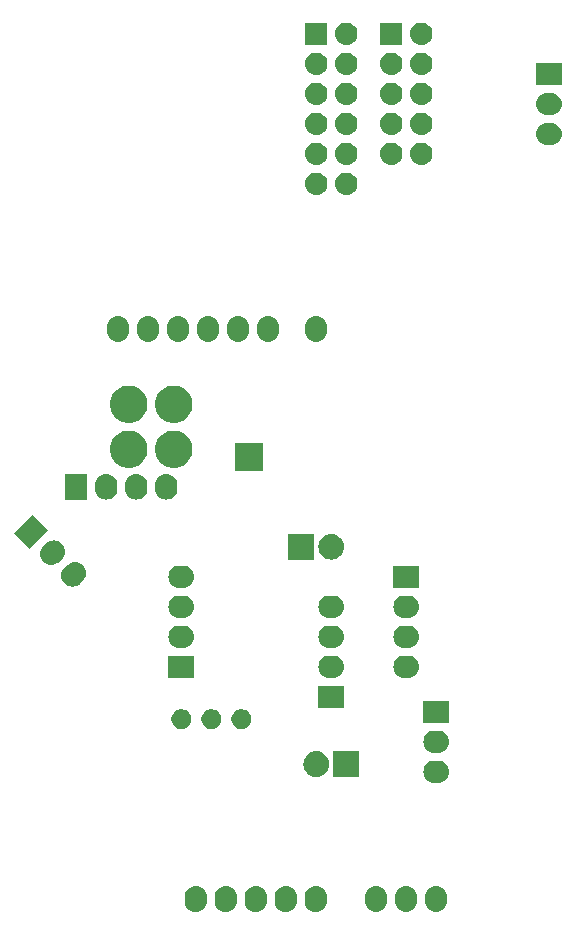
<source format=gbs>
G04 #@! TF.GenerationSoftware,KiCad,Pcbnew,5.0.2+dfsg1-1~bpo9+1*
G04 #@! TF.CreationDate,2019-11-08T02:25:03-05:00*
G04 #@! TF.ProjectId,uno,756e6f2e-6b69-4636-9164-5f7063625858,v1.0*
G04 #@! TF.SameCoordinates,Original*
G04 #@! TF.FileFunction,Soldermask,Bot*
G04 #@! TF.FilePolarity,Negative*
%FSLAX46Y46*%
G04 Gerber Fmt 4.6, Leading zero omitted, Abs format (unit mm)*
G04 Created by KiCad (PCBNEW 5.0.2+dfsg1-1~bpo9+1) date Fri 08 Nov 2019 02:25:03 AM EST*
%MOMM*%
%LPD*%
G01*
G04 APERTURE LIST*
%ADD10C,0.100000*%
G04 APERTURE END LIST*
D10*
G36*
X56013427Y-107506397D02*
X56013429Y-107506398D01*
X56013432Y-107506398D01*
X56190585Y-107560137D01*
X56343312Y-107641771D01*
X56353853Y-107647405D01*
X56496954Y-107764846D01*
X56614395Y-107907947D01*
X56614396Y-107907949D01*
X56701663Y-108071214D01*
X56755402Y-108248367D01*
X56755402Y-108248368D01*
X56755403Y-108248372D01*
X56769000Y-108386426D01*
X56769000Y-108783573D01*
X56755403Y-108921628D01*
X56755402Y-108921631D01*
X56755402Y-108921632D01*
X56701663Y-109098786D01*
X56620030Y-109251511D01*
X56614395Y-109262053D01*
X56496954Y-109405154D01*
X56353853Y-109522595D01*
X56353851Y-109522596D01*
X56190586Y-109609863D01*
X56013433Y-109663602D01*
X56013430Y-109663602D01*
X56013428Y-109663603D01*
X55829200Y-109681748D01*
X55644973Y-109663603D01*
X55644971Y-109663602D01*
X55644968Y-109663602D01*
X55467815Y-109609863D01*
X55304550Y-109522596D01*
X55304548Y-109522595D01*
X55161447Y-109405154D01*
X55044005Y-109262053D01*
X55038371Y-109251511D01*
X54956737Y-109098786D01*
X54902998Y-108921633D01*
X54902998Y-108921630D01*
X54902997Y-108921628D01*
X54889400Y-108783574D01*
X54889400Y-108386427D01*
X54902997Y-108248373D01*
X54902998Y-108248371D01*
X54902998Y-108248368D01*
X54956737Y-108071215D01*
X55044004Y-107907949D01*
X55044005Y-107907947D01*
X55161446Y-107764846D01*
X55304547Y-107647405D01*
X55315089Y-107641771D01*
X55467814Y-107560137D01*
X55644967Y-107506398D01*
X55644970Y-107506398D01*
X55644972Y-107506397D01*
X55829200Y-107488252D01*
X56013427Y-107506397D01*
X56013427Y-107506397D01*
G37*
G36*
X58553427Y-107506397D02*
X58553429Y-107506398D01*
X58553432Y-107506398D01*
X58730585Y-107560137D01*
X58883312Y-107641771D01*
X58893853Y-107647405D01*
X59036954Y-107764846D01*
X59154395Y-107907947D01*
X59154396Y-107907949D01*
X59241663Y-108071214D01*
X59295402Y-108248367D01*
X59295402Y-108248368D01*
X59295403Y-108248372D01*
X59309000Y-108386426D01*
X59309000Y-108783573D01*
X59295403Y-108921628D01*
X59295402Y-108921631D01*
X59295402Y-108921632D01*
X59241663Y-109098786D01*
X59160030Y-109251511D01*
X59154395Y-109262053D01*
X59036954Y-109405154D01*
X58893853Y-109522595D01*
X58893851Y-109522596D01*
X58730586Y-109609863D01*
X58553433Y-109663602D01*
X58553430Y-109663602D01*
X58553428Y-109663603D01*
X58369200Y-109681748D01*
X58184973Y-109663603D01*
X58184971Y-109663602D01*
X58184968Y-109663602D01*
X58007815Y-109609863D01*
X57844550Y-109522596D01*
X57844548Y-109522595D01*
X57701447Y-109405154D01*
X57584005Y-109262053D01*
X57578371Y-109251511D01*
X57496737Y-109098786D01*
X57442998Y-108921633D01*
X57442998Y-108921630D01*
X57442997Y-108921628D01*
X57429400Y-108783574D01*
X57429400Y-108386427D01*
X57442997Y-108248373D01*
X57442998Y-108248371D01*
X57442998Y-108248368D01*
X57496737Y-108071215D01*
X57584004Y-107907949D01*
X57584005Y-107907947D01*
X57701446Y-107764846D01*
X57844547Y-107647405D01*
X57855089Y-107641771D01*
X58007814Y-107560137D01*
X58184967Y-107506398D01*
X58184970Y-107506398D01*
X58184972Y-107506397D01*
X58369200Y-107488252D01*
X58553427Y-107506397D01*
X58553427Y-107506397D01*
G37*
G36*
X61093427Y-107506397D02*
X61093429Y-107506398D01*
X61093432Y-107506398D01*
X61270585Y-107560137D01*
X61423312Y-107641771D01*
X61433853Y-107647405D01*
X61576954Y-107764846D01*
X61694395Y-107907947D01*
X61694396Y-107907949D01*
X61781663Y-108071214D01*
X61835402Y-108248367D01*
X61835402Y-108248368D01*
X61835403Y-108248372D01*
X61849000Y-108386426D01*
X61849000Y-108783573D01*
X61835403Y-108921628D01*
X61835402Y-108921631D01*
X61835402Y-108921632D01*
X61781663Y-109098786D01*
X61700030Y-109251511D01*
X61694395Y-109262053D01*
X61576954Y-109405154D01*
X61433853Y-109522595D01*
X61433851Y-109522596D01*
X61270586Y-109609863D01*
X61093433Y-109663602D01*
X61093430Y-109663602D01*
X61093428Y-109663603D01*
X60909200Y-109681748D01*
X60724973Y-109663603D01*
X60724971Y-109663602D01*
X60724968Y-109663602D01*
X60547815Y-109609863D01*
X60384550Y-109522596D01*
X60384548Y-109522595D01*
X60241447Y-109405154D01*
X60124005Y-109262053D01*
X60118371Y-109251511D01*
X60036737Y-109098786D01*
X59982998Y-108921633D01*
X59982998Y-108921630D01*
X59982997Y-108921628D01*
X59969400Y-108783574D01*
X59969400Y-108386427D01*
X59982997Y-108248373D01*
X59982998Y-108248371D01*
X59982998Y-108248368D01*
X60036737Y-108071215D01*
X60124004Y-107907949D01*
X60124005Y-107907947D01*
X60241446Y-107764846D01*
X60384547Y-107647405D01*
X60395089Y-107641771D01*
X60547814Y-107560137D01*
X60724967Y-107506398D01*
X60724970Y-107506398D01*
X60724972Y-107506397D01*
X60909200Y-107488252D01*
X61093427Y-107506397D01*
X61093427Y-107506397D01*
G37*
G36*
X63633427Y-107506397D02*
X63633429Y-107506398D01*
X63633432Y-107506398D01*
X63810585Y-107560137D01*
X63963312Y-107641771D01*
X63973853Y-107647405D01*
X64116954Y-107764846D01*
X64234395Y-107907947D01*
X64234396Y-107907949D01*
X64321663Y-108071214D01*
X64375402Y-108248367D01*
X64375402Y-108248368D01*
X64375403Y-108248372D01*
X64389000Y-108386426D01*
X64389000Y-108783573D01*
X64375403Y-108921628D01*
X64375402Y-108921631D01*
X64375402Y-108921632D01*
X64321663Y-109098786D01*
X64240030Y-109251511D01*
X64234395Y-109262053D01*
X64116954Y-109405154D01*
X63973853Y-109522595D01*
X63973851Y-109522596D01*
X63810586Y-109609863D01*
X63633433Y-109663602D01*
X63633430Y-109663602D01*
X63633428Y-109663603D01*
X63449200Y-109681748D01*
X63264973Y-109663603D01*
X63264971Y-109663602D01*
X63264968Y-109663602D01*
X63087815Y-109609863D01*
X62924550Y-109522596D01*
X62924548Y-109522595D01*
X62781447Y-109405154D01*
X62664005Y-109262053D01*
X62658371Y-109251511D01*
X62576737Y-109098786D01*
X62522998Y-108921633D01*
X62522998Y-108921630D01*
X62522997Y-108921628D01*
X62509400Y-108783574D01*
X62509400Y-108386427D01*
X62522997Y-108248373D01*
X62522998Y-108248371D01*
X62522998Y-108248368D01*
X62576737Y-108071215D01*
X62664004Y-107907949D01*
X62664005Y-107907947D01*
X62781446Y-107764846D01*
X62924547Y-107647405D01*
X62935089Y-107641771D01*
X63087814Y-107560137D01*
X63264967Y-107506398D01*
X63264970Y-107506398D01*
X63264972Y-107506397D01*
X63449200Y-107488252D01*
X63633427Y-107506397D01*
X63633427Y-107506397D01*
G37*
G36*
X66173427Y-107506397D02*
X66173429Y-107506398D01*
X66173432Y-107506398D01*
X66350585Y-107560137D01*
X66503312Y-107641771D01*
X66513853Y-107647405D01*
X66656954Y-107764846D01*
X66774395Y-107907947D01*
X66774396Y-107907949D01*
X66861663Y-108071214D01*
X66915402Y-108248367D01*
X66915402Y-108248368D01*
X66915403Y-108248372D01*
X66929000Y-108386426D01*
X66929000Y-108783573D01*
X66915403Y-108921628D01*
X66915402Y-108921631D01*
X66915402Y-108921632D01*
X66861663Y-109098786D01*
X66780030Y-109251511D01*
X66774395Y-109262053D01*
X66656954Y-109405154D01*
X66513853Y-109522595D01*
X66513851Y-109522596D01*
X66350586Y-109609863D01*
X66173433Y-109663602D01*
X66173430Y-109663602D01*
X66173428Y-109663603D01*
X65989200Y-109681748D01*
X65804973Y-109663603D01*
X65804971Y-109663602D01*
X65804968Y-109663602D01*
X65627815Y-109609863D01*
X65464550Y-109522596D01*
X65464548Y-109522595D01*
X65321447Y-109405154D01*
X65204005Y-109262053D01*
X65198371Y-109251511D01*
X65116737Y-109098786D01*
X65062998Y-108921633D01*
X65062998Y-108921630D01*
X65062997Y-108921628D01*
X65049400Y-108783574D01*
X65049400Y-108386427D01*
X65062997Y-108248373D01*
X65062998Y-108248371D01*
X65062998Y-108248368D01*
X65116737Y-108071215D01*
X65204004Y-107907949D01*
X65204005Y-107907947D01*
X65321446Y-107764846D01*
X65464547Y-107647405D01*
X65475089Y-107641771D01*
X65627814Y-107560137D01*
X65804967Y-107506398D01*
X65804970Y-107506398D01*
X65804972Y-107506397D01*
X65989200Y-107488252D01*
X66173427Y-107506397D01*
X66173427Y-107506397D01*
G37*
G36*
X73818827Y-107506397D02*
X73818829Y-107506398D01*
X73818832Y-107506398D01*
X73995985Y-107560137D01*
X74148712Y-107641771D01*
X74159253Y-107647405D01*
X74302354Y-107764846D01*
X74419795Y-107907947D01*
X74419796Y-107907949D01*
X74507063Y-108071214D01*
X74560802Y-108248367D01*
X74560802Y-108248368D01*
X74560803Y-108248372D01*
X74574400Y-108386426D01*
X74574400Y-108783573D01*
X74560803Y-108921628D01*
X74560802Y-108921631D01*
X74560802Y-108921632D01*
X74507063Y-109098786D01*
X74425430Y-109251511D01*
X74419795Y-109262053D01*
X74302354Y-109405154D01*
X74159253Y-109522595D01*
X74159251Y-109522596D01*
X73995986Y-109609863D01*
X73818833Y-109663602D01*
X73818830Y-109663602D01*
X73818828Y-109663603D01*
X73634600Y-109681748D01*
X73450373Y-109663603D01*
X73450371Y-109663602D01*
X73450368Y-109663602D01*
X73273215Y-109609863D01*
X73109950Y-109522596D01*
X73109948Y-109522595D01*
X72966847Y-109405154D01*
X72849405Y-109262053D01*
X72843771Y-109251511D01*
X72762137Y-109098786D01*
X72708398Y-108921633D01*
X72708398Y-108921630D01*
X72708397Y-108921628D01*
X72694800Y-108783574D01*
X72694800Y-108386427D01*
X72708397Y-108248373D01*
X72708398Y-108248371D01*
X72708398Y-108248368D01*
X72762137Y-108071215D01*
X72849404Y-107907949D01*
X72849405Y-107907947D01*
X72966846Y-107764846D01*
X73109947Y-107647405D01*
X73120489Y-107641771D01*
X73273214Y-107560137D01*
X73450367Y-107506398D01*
X73450370Y-107506398D01*
X73450372Y-107506397D01*
X73634600Y-107488252D01*
X73818827Y-107506397D01*
X73818827Y-107506397D01*
G37*
G36*
X71278827Y-107506397D02*
X71278829Y-107506398D01*
X71278832Y-107506398D01*
X71455985Y-107560137D01*
X71608712Y-107641771D01*
X71619253Y-107647405D01*
X71762354Y-107764846D01*
X71879795Y-107907947D01*
X71879796Y-107907949D01*
X71967063Y-108071214D01*
X72020802Y-108248367D01*
X72020802Y-108248368D01*
X72020803Y-108248372D01*
X72034400Y-108386426D01*
X72034400Y-108783573D01*
X72020803Y-108921628D01*
X72020802Y-108921631D01*
X72020802Y-108921632D01*
X71967063Y-109098786D01*
X71885430Y-109251511D01*
X71879795Y-109262053D01*
X71762354Y-109405154D01*
X71619253Y-109522595D01*
X71619251Y-109522596D01*
X71455986Y-109609863D01*
X71278833Y-109663602D01*
X71278830Y-109663602D01*
X71278828Y-109663603D01*
X71094600Y-109681748D01*
X70910373Y-109663603D01*
X70910371Y-109663602D01*
X70910368Y-109663602D01*
X70733215Y-109609863D01*
X70569950Y-109522596D01*
X70569948Y-109522595D01*
X70426847Y-109405154D01*
X70309405Y-109262053D01*
X70303771Y-109251511D01*
X70222137Y-109098786D01*
X70168398Y-108921633D01*
X70168398Y-108921630D01*
X70168397Y-108921628D01*
X70154800Y-108783574D01*
X70154800Y-108386427D01*
X70168397Y-108248373D01*
X70168398Y-108248371D01*
X70168398Y-108248368D01*
X70222137Y-108071215D01*
X70309404Y-107907949D01*
X70309405Y-107907947D01*
X70426846Y-107764846D01*
X70569947Y-107647405D01*
X70580489Y-107641771D01*
X70733214Y-107560137D01*
X70910367Y-107506398D01*
X70910370Y-107506398D01*
X70910372Y-107506397D01*
X71094600Y-107488252D01*
X71278827Y-107506397D01*
X71278827Y-107506397D01*
G37*
G36*
X76358827Y-107506397D02*
X76358829Y-107506398D01*
X76358832Y-107506398D01*
X76535985Y-107560137D01*
X76688712Y-107641771D01*
X76699253Y-107647405D01*
X76842354Y-107764846D01*
X76959795Y-107907947D01*
X76959796Y-107907949D01*
X77047063Y-108071214D01*
X77100802Y-108248367D01*
X77100802Y-108248368D01*
X77100803Y-108248372D01*
X77114400Y-108386426D01*
X77114400Y-108783573D01*
X77100803Y-108921628D01*
X77100802Y-108921631D01*
X77100802Y-108921632D01*
X77047063Y-109098786D01*
X76965430Y-109251511D01*
X76959795Y-109262053D01*
X76842354Y-109405154D01*
X76699253Y-109522595D01*
X76699251Y-109522596D01*
X76535986Y-109609863D01*
X76358833Y-109663602D01*
X76358830Y-109663602D01*
X76358828Y-109663603D01*
X76174600Y-109681748D01*
X75990373Y-109663603D01*
X75990371Y-109663602D01*
X75990368Y-109663602D01*
X75813215Y-109609863D01*
X75649950Y-109522596D01*
X75649948Y-109522595D01*
X75506847Y-109405154D01*
X75389405Y-109262053D01*
X75383771Y-109251511D01*
X75302137Y-109098786D01*
X75248398Y-108921633D01*
X75248398Y-108921630D01*
X75248397Y-108921628D01*
X75234800Y-108783574D01*
X75234800Y-108386427D01*
X75248397Y-108248373D01*
X75248398Y-108248371D01*
X75248398Y-108248368D01*
X75302137Y-108071215D01*
X75389404Y-107907949D01*
X75389405Y-107907947D01*
X75506846Y-107764846D01*
X75649947Y-107647405D01*
X75660489Y-107641771D01*
X75813214Y-107560137D01*
X75990367Y-107506398D01*
X75990370Y-107506398D01*
X75990372Y-107506397D01*
X76174600Y-107488252D01*
X76358827Y-107506397D01*
X76358827Y-107506397D01*
G37*
G36*
X76536628Y-96863797D02*
X76536630Y-96863798D01*
X76536633Y-96863798D01*
X76713786Y-96917537D01*
X76866511Y-96999171D01*
X76877053Y-97004805D01*
X77020154Y-97122246D01*
X77137595Y-97265347D01*
X77137596Y-97265349D01*
X77224863Y-97428614D01*
X77278602Y-97605767D01*
X77278602Y-97605770D01*
X77278603Y-97605772D01*
X77296748Y-97790000D01*
X77278603Y-97974228D01*
X77278602Y-97974230D01*
X77278602Y-97974233D01*
X77224863Y-98151386D01*
X77182096Y-98231397D01*
X77137595Y-98314653D01*
X77020154Y-98457754D01*
X76877053Y-98575195D01*
X76877051Y-98575196D01*
X76713786Y-98662463D01*
X76536633Y-98716202D01*
X76536630Y-98716202D01*
X76536628Y-98716203D01*
X76398574Y-98729800D01*
X76001426Y-98729800D01*
X75863372Y-98716203D01*
X75863370Y-98716202D01*
X75863367Y-98716202D01*
X75686214Y-98662463D01*
X75522949Y-98575196D01*
X75522947Y-98575195D01*
X75379846Y-98457754D01*
X75262405Y-98314653D01*
X75217904Y-98231397D01*
X75175137Y-98151386D01*
X75121398Y-97974233D01*
X75121398Y-97974230D01*
X75121397Y-97974228D01*
X75103252Y-97790000D01*
X75121397Y-97605772D01*
X75121398Y-97605770D01*
X75121398Y-97605767D01*
X75175137Y-97428614D01*
X75262404Y-97265349D01*
X75262405Y-97265347D01*
X75379846Y-97122246D01*
X75522947Y-97004805D01*
X75533489Y-96999171D01*
X75686214Y-96917537D01*
X75863367Y-96863798D01*
X75863370Y-96863798D01*
X75863372Y-96863797D01*
X76001426Y-96850200D01*
X76398574Y-96850200D01*
X76536628Y-96863797D01*
X76536628Y-96863797D01*
G37*
G36*
X69672200Y-98247200D02*
X67487800Y-98247200D01*
X67487800Y-96062800D01*
X69672200Y-96062800D01*
X69672200Y-98247200D01*
X69672200Y-98247200D01*
G37*
G36*
X66254105Y-96078603D02*
X66254108Y-96078604D01*
X66254109Y-96078604D01*
X66459989Y-96141057D01*
X66628032Y-96230878D01*
X66649731Y-96242476D01*
X66816038Y-96378962D01*
X66952524Y-96545269D01*
X66952525Y-96545271D01*
X67053943Y-96735011D01*
X67109312Y-96917538D01*
X67116397Y-96940895D01*
X67137485Y-97155000D01*
X67116397Y-97369105D01*
X67116396Y-97369108D01*
X67116396Y-97369109D01*
X67053943Y-97574989D01*
X67037489Y-97605772D01*
X66952524Y-97764731D01*
X66816038Y-97931038D01*
X66649731Y-98067524D01*
X66649729Y-98067525D01*
X66459989Y-98168943D01*
X66254109Y-98231396D01*
X66254108Y-98231396D01*
X66254105Y-98231397D01*
X66093654Y-98247200D01*
X65986346Y-98247200D01*
X65825895Y-98231397D01*
X65825892Y-98231396D01*
X65825891Y-98231396D01*
X65620011Y-98168943D01*
X65430271Y-98067525D01*
X65430269Y-98067524D01*
X65263962Y-97931038D01*
X65127476Y-97764731D01*
X65042511Y-97605772D01*
X65026057Y-97574989D01*
X64963604Y-97369109D01*
X64963604Y-97369108D01*
X64963603Y-97369105D01*
X64942515Y-97155000D01*
X64963603Y-96940895D01*
X64970688Y-96917538D01*
X65026057Y-96735011D01*
X65127475Y-96545271D01*
X65127476Y-96545269D01*
X65263962Y-96378962D01*
X65430269Y-96242476D01*
X65451968Y-96230878D01*
X65620011Y-96141057D01*
X65825891Y-96078604D01*
X65825892Y-96078604D01*
X65825895Y-96078603D01*
X65986346Y-96062800D01*
X66093654Y-96062800D01*
X66254105Y-96078603D01*
X66254105Y-96078603D01*
G37*
G36*
X76536628Y-94323797D02*
X76536630Y-94323798D01*
X76536633Y-94323798D01*
X76713786Y-94377537D01*
X76866511Y-94459170D01*
X76877053Y-94464805D01*
X77020154Y-94582246D01*
X77137595Y-94725347D01*
X77137596Y-94725349D01*
X77224863Y-94888614D01*
X77278602Y-95065767D01*
X77278602Y-95065770D01*
X77278603Y-95065772D01*
X77296748Y-95250000D01*
X77278603Y-95434228D01*
X77278602Y-95434230D01*
X77278602Y-95434233D01*
X77224863Y-95611386D01*
X77143229Y-95764111D01*
X77137595Y-95774653D01*
X77020154Y-95917754D01*
X76877053Y-96035195D01*
X76877051Y-96035196D01*
X76713786Y-96122463D01*
X76536633Y-96176202D01*
X76536630Y-96176202D01*
X76536628Y-96176203D01*
X76398574Y-96189800D01*
X76001426Y-96189800D01*
X75863372Y-96176203D01*
X75863370Y-96176202D01*
X75863367Y-96176202D01*
X75686214Y-96122463D01*
X75522949Y-96035196D01*
X75522947Y-96035195D01*
X75379846Y-95917754D01*
X75262405Y-95774653D01*
X75256771Y-95764111D01*
X75175137Y-95611386D01*
X75121398Y-95434233D01*
X75121398Y-95434230D01*
X75121397Y-95434228D01*
X75103252Y-95250000D01*
X75121397Y-95065772D01*
X75121398Y-95065770D01*
X75121398Y-95065767D01*
X75175137Y-94888614D01*
X75262404Y-94725349D01*
X75262405Y-94725347D01*
X75379846Y-94582246D01*
X75522947Y-94464805D01*
X75533489Y-94459170D01*
X75686214Y-94377537D01*
X75863367Y-94323798D01*
X75863370Y-94323798D01*
X75863372Y-94323797D01*
X76001426Y-94310200D01*
X76398574Y-94310200D01*
X76536628Y-94323797D01*
X76536628Y-94323797D01*
G37*
G36*
X54854494Y-92539011D02*
X55007037Y-92602197D01*
X55144322Y-92693927D01*
X55261073Y-92810678D01*
X55352803Y-92947963D01*
X55415989Y-93100506D01*
X55448200Y-93262444D01*
X55448200Y-93427556D01*
X55415989Y-93589494D01*
X55352803Y-93742037D01*
X55261073Y-93879322D01*
X55144322Y-93996073D01*
X55007037Y-94087803D01*
X54854494Y-94150989D01*
X54692556Y-94183200D01*
X54527444Y-94183200D01*
X54365506Y-94150989D01*
X54212963Y-94087803D01*
X54075678Y-93996073D01*
X53958927Y-93879322D01*
X53867197Y-93742037D01*
X53804011Y-93589494D01*
X53771800Y-93427556D01*
X53771800Y-93262444D01*
X53804011Y-93100506D01*
X53867197Y-92947963D01*
X53958927Y-92810678D01*
X54075678Y-92693927D01*
X54212963Y-92602197D01*
X54365506Y-92539011D01*
X54527444Y-92506800D01*
X54692556Y-92506800D01*
X54854494Y-92539011D01*
X54854494Y-92539011D01*
G37*
G36*
X59934494Y-92539011D02*
X60087037Y-92602197D01*
X60224322Y-92693927D01*
X60341073Y-92810678D01*
X60432803Y-92947963D01*
X60495989Y-93100506D01*
X60528200Y-93262444D01*
X60528200Y-93427556D01*
X60495989Y-93589494D01*
X60432803Y-93742037D01*
X60341073Y-93879322D01*
X60224322Y-93996073D01*
X60087037Y-94087803D01*
X59934494Y-94150989D01*
X59772556Y-94183200D01*
X59607444Y-94183200D01*
X59445506Y-94150989D01*
X59292963Y-94087803D01*
X59155678Y-93996073D01*
X59038927Y-93879322D01*
X58947197Y-93742037D01*
X58884011Y-93589494D01*
X58851800Y-93427556D01*
X58851800Y-93262444D01*
X58884011Y-93100506D01*
X58947197Y-92947963D01*
X59038927Y-92810678D01*
X59155678Y-92693927D01*
X59292963Y-92602197D01*
X59445506Y-92539011D01*
X59607444Y-92506800D01*
X59772556Y-92506800D01*
X59934494Y-92539011D01*
X59934494Y-92539011D01*
G37*
G36*
X57394494Y-92539011D02*
X57547037Y-92602197D01*
X57684322Y-92693927D01*
X57801073Y-92810678D01*
X57892803Y-92947963D01*
X57955989Y-93100506D01*
X57988200Y-93262444D01*
X57988200Y-93427556D01*
X57955989Y-93589494D01*
X57892803Y-93742037D01*
X57801073Y-93879322D01*
X57684322Y-93996073D01*
X57547037Y-94087803D01*
X57394494Y-94150989D01*
X57232556Y-94183200D01*
X57067444Y-94183200D01*
X56905506Y-94150989D01*
X56752963Y-94087803D01*
X56615678Y-93996073D01*
X56498927Y-93879322D01*
X56407197Y-93742037D01*
X56344011Y-93589494D01*
X56311800Y-93427556D01*
X56311800Y-93262444D01*
X56344011Y-93100506D01*
X56407197Y-92947963D01*
X56498927Y-92810678D01*
X56615678Y-92693927D01*
X56752963Y-92602197D01*
X56905506Y-92539011D01*
X57067444Y-92506800D01*
X57232556Y-92506800D01*
X57394494Y-92539011D01*
X57394494Y-92539011D01*
G37*
G36*
X77292200Y-93649800D02*
X75107800Y-93649800D01*
X75107800Y-91770200D01*
X77292200Y-91770200D01*
X77292200Y-93649800D01*
X77292200Y-93649800D01*
G37*
G36*
X68402200Y-92379800D02*
X66217800Y-92379800D01*
X66217800Y-90500200D01*
X68402200Y-90500200D01*
X68402200Y-92379800D01*
X68402200Y-92379800D01*
G37*
G36*
X67646628Y-87973797D02*
X67646630Y-87973798D01*
X67646633Y-87973798D01*
X67823786Y-88027537D01*
X67976511Y-88109171D01*
X67987053Y-88114805D01*
X68130154Y-88232246D01*
X68247595Y-88375347D01*
X68247596Y-88375349D01*
X68334863Y-88538614D01*
X68388602Y-88715767D01*
X68388602Y-88715770D01*
X68388603Y-88715772D01*
X68406748Y-88900000D01*
X68388603Y-89084228D01*
X68388602Y-89084230D01*
X68388602Y-89084233D01*
X68334863Y-89261386D01*
X68253230Y-89414111D01*
X68247595Y-89424653D01*
X68130154Y-89567754D01*
X67987053Y-89685195D01*
X67987051Y-89685196D01*
X67823786Y-89772463D01*
X67646633Y-89826202D01*
X67646630Y-89826202D01*
X67646628Y-89826203D01*
X67508574Y-89839800D01*
X67111426Y-89839800D01*
X66973372Y-89826203D01*
X66973370Y-89826202D01*
X66973367Y-89826202D01*
X66796214Y-89772463D01*
X66632949Y-89685196D01*
X66632947Y-89685195D01*
X66489846Y-89567754D01*
X66372405Y-89424653D01*
X66366771Y-89414111D01*
X66285137Y-89261386D01*
X66231398Y-89084233D01*
X66231398Y-89084230D01*
X66231397Y-89084228D01*
X66213252Y-88900000D01*
X66231397Y-88715772D01*
X66231398Y-88715770D01*
X66231398Y-88715767D01*
X66285137Y-88538614D01*
X66372404Y-88375349D01*
X66372405Y-88375347D01*
X66489846Y-88232246D01*
X66632947Y-88114805D01*
X66643489Y-88109171D01*
X66796214Y-88027537D01*
X66973367Y-87973798D01*
X66973370Y-87973798D01*
X66973372Y-87973797D01*
X67111426Y-87960200D01*
X67508574Y-87960200D01*
X67646628Y-87973797D01*
X67646628Y-87973797D01*
G37*
G36*
X55702200Y-89839800D02*
X53517800Y-89839800D01*
X53517800Y-87960200D01*
X55702200Y-87960200D01*
X55702200Y-89839800D01*
X55702200Y-89839800D01*
G37*
G36*
X73996628Y-87973797D02*
X73996630Y-87973798D01*
X73996633Y-87973798D01*
X74173786Y-88027537D01*
X74326511Y-88109171D01*
X74337053Y-88114805D01*
X74480154Y-88232246D01*
X74597595Y-88375347D01*
X74597596Y-88375349D01*
X74684863Y-88538614D01*
X74738602Y-88715767D01*
X74738602Y-88715770D01*
X74738603Y-88715772D01*
X74756748Y-88900000D01*
X74738603Y-89084228D01*
X74738602Y-89084230D01*
X74738602Y-89084233D01*
X74684863Y-89261386D01*
X74603230Y-89414111D01*
X74597595Y-89424653D01*
X74480154Y-89567754D01*
X74337053Y-89685195D01*
X74337051Y-89685196D01*
X74173786Y-89772463D01*
X73996633Y-89826202D01*
X73996630Y-89826202D01*
X73996628Y-89826203D01*
X73858574Y-89839800D01*
X73461426Y-89839800D01*
X73323372Y-89826203D01*
X73323370Y-89826202D01*
X73323367Y-89826202D01*
X73146214Y-89772463D01*
X72982949Y-89685196D01*
X72982947Y-89685195D01*
X72839846Y-89567754D01*
X72722405Y-89424653D01*
X72716771Y-89414111D01*
X72635137Y-89261386D01*
X72581398Y-89084233D01*
X72581398Y-89084230D01*
X72581397Y-89084228D01*
X72563252Y-88900000D01*
X72581397Y-88715772D01*
X72581398Y-88715770D01*
X72581398Y-88715767D01*
X72635137Y-88538614D01*
X72722404Y-88375349D01*
X72722405Y-88375347D01*
X72839846Y-88232246D01*
X72982947Y-88114805D01*
X72993489Y-88109171D01*
X73146214Y-88027537D01*
X73323367Y-87973798D01*
X73323370Y-87973798D01*
X73323372Y-87973797D01*
X73461426Y-87960200D01*
X73858574Y-87960200D01*
X73996628Y-87973797D01*
X73996628Y-87973797D01*
G37*
G36*
X67646628Y-85433797D02*
X67646630Y-85433798D01*
X67646633Y-85433798D01*
X67823786Y-85487537D01*
X67976511Y-85569170D01*
X67987053Y-85574805D01*
X68130154Y-85692246D01*
X68247595Y-85835347D01*
X68247596Y-85835349D01*
X68334863Y-85998614D01*
X68388602Y-86175767D01*
X68388602Y-86175770D01*
X68388603Y-86175772D01*
X68406748Y-86360000D01*
X68388603Y-86544228D01*
X68388602Y-86544230D01*
X68388602Y-86544233D01*
X68334863Y-86721386D01*
X68253229Y-86874111D01*
X68247595Y-86884653D01*
X68130154Y-87027754D01*
X67987053Y-87145195D01*
X67987051Y-87145196D01*
X67823786Y-87232463D01*
X67646633Y-87286202D01*
X67646630Y-87286202D01*
X67646628Y-87286203D01*
X67508574Y-87299800D01*
X67111426Y-87299800D01*
X66973372Y-87286203D01*
X66973370Y-87286202D01*
X66973367Y-87286202D01*
X66796214Y-87232463D01*
X66632949Y-87145196D01*
X66632947Y-87145195D01*
X66489846Y-87027754D01*
X66372405Y-86884653D01*
X66366771Y-86874111D01*
X66285137Y-86721386D01*
X66231398Y-86544233D01*
X66231398Y-86544230D01*
X66231397Y-86544228D01*
X66213252Y-86360000D01*
X66231397Y-86175772D01*
X66231398Y-86175770D01*
X66231398Y-86175767D01*
X66285137Y-85998614D01*
X66372404Y-85835349D01*
X66372405Y-85835347D01*
X66489846Y-85692246D01*
X66632947Y-85574805D01*
X66643489Y-85569170D01*
X66796214Y-85487537D01*
X66973367Y-85433798D01*
X66973370Y-85433798D01*
X66973372Y-85433797D01*
X67111426Y-85420200D01*
X67508574Y-85420200D01*
X67646628Y-85433797D01*
X67646628Y-85433797D01*
G37*
G36*
X73996628Y-85433797D02*
X73996630Y-85433798D01*
X73996633Y-85433798D01*
X74173786Y-85487537D01*
X74326511Y-85569170D01*
X74337053Y-85574805D01*
X74480154Y-85692246D01*
X74597595Y-85835347D01*
X74597596Y-85835349D01*
X74684863Y-85998614D01*
X74738602Y-86175767D01*
X74738602Y-86175770D01*
X74738603Y-86175772D01*
X74756748Y-86360000D01*
X74738603Y-86544228D01*
X74738602Y-86544230D01*
X74738602Y-86544233D01*
X74684863Y-86721386D01*
X74603229Y-86874111D01*
X74597595Y-86884653D01*
X74480154Y-87027754D01*
X74337053Y-87145195D01*
X74337051Y-87145196D01*
X74173786Y-87232463D01*
X73996633Y-87286202D01*
X73996630Y-87286202D01*
X73996628Y-87286203D01*
X73858574Y-87299800D01*
X73461426Y-87299800D01*
X73323372Y-87286203D01*
X73323370Y-87286202D01*
X73323367Y-87286202D01*
X73146214Y-87232463D01*
X72982949Y-87145196D01*
X72982947Y-87145195D01*
X72839846Y-87027754D01*
X72722405Y-86884653D01*
X72716771Y-86874111D01*
X72635137Y-86721386D01*
X72581398Y-86544233D01*
X72581398Y-86544230D01*
X72581397Y-86544228D01*
X72563252Y-86360000D01*
X72581397Y-86175772D01*
X72581398Y-86175770D01*
X72581398Y-86175767D01*
X72635137Y-85998614D01*
X72722404Y-85835349D01*
X72722405Y-85835347D01*
X72839846Y-85692246D01*
X72982947Y-85574805D01*
X72993489Y-85569170D01*
X73146214Y-85487537D01*
X73323367Y-85433798D01*
X73323370Y-85433798D01*
X73323372Y-85433797D01*
X73461426Y-85420200D01*
X73858574Y-85420200D01*
X73996628Y-85433797D01*
X73996628Y-85433797D01*
G37*
G36*
X54946628Y-85433797D02*
X54946630Y-85433798D01*
X54946633Y-85433798D01*
X55123786Y-85487537D01*
X55276511Y-85569170D01*
X55287053Y-85574805D01*
X55430154Y-85692246D01*
X55547595Y-85835347D01*
X55547596Y-85835349D01*
X55634863Y-85998614D01*
X55688602Y-86175767D01*
X55688602Y-86175770D01*
X55688603Y-86175772D01*
X55706748Y-86360000D01*
X55688603Y-86544228D01*
X55688602Y-86544230D01*
X55688602Y-86544233D01*
X55634863Y-86721386D01*
X55553229Y-86874111D01*
X55547595Y-86884653D01*
X55430154Y-87027754D01*
X55287053Y-87145195D01*
X55287051Y-87145196D01*
X55123786Y-87232463D01*
X54946633Y-87286202D01*
X54946630Y-87286202D01*
X54946628Y-87286203D01*
X54808574Y-87299800D01*
X54411426Y-87299800D01*
X54273372Y-87286203D01*
X54273370Y-87286202D01*
X54273367Y-87286202D01*
X54096214Y-87232463D01*
X53932949Y-87145196D01*
X53932947Y-87145195D01*
X53789846Y-87027754D01*
X53672405Y-86884653D01*
X53666771Y-86874111D01*
X53585137Y-86721386D01*
X53531398Y-86544233D01*
X53531398Y-86544230D01*
X53531397Y-86544228D01*
X53513252Y-86360000D01*
X53531397Y-86175772D01*
X53531398Y-86175770D01*
X53531398Y-86175767D01*
X53585137Y-85998614D01*
X53672404Y-85835349D01*
X53672405Y-85835347D01*
X53789846Y-85692246D01*
X53932947Y-85574805D01*
X53943489Y-85569170D01*
X54096214Y-85487537D01*
X54273367Y-85433798D01*
X54273370Y-85433798D01*
X54273372Y-85433797D01*
X54411426Y-85420200D01*
X54808574Y-85420200D01*
X54946628Y-85433797D01*
X54946628Y-85433797D01*
G37*
G36*
X54946628Y-82893797D02*
X54946630Y-82893798D01*
X54946633Y-82893798D01*
X55123786Y-82947537D01*
X55276511Y-83029171D01*
X55287053Y-83034805D01*
X55430154Y-83152246D01*
X55547595Y-83295347D01*
X55547596Y-83295349D01*
X55634863Y-83458614D01*
X55688602Y-83635767D01*
X55688602Y-83635770D01*
X55688603Y-83635772D01*
X55706748Y-83820000D01*
X55688603Y-84004228D01*
X55688602Y-84004230D01*
X55688602Y-84004233D01*
X55634863Y-84181386D01*
X55553230Y-84334111D01*
X55547595Y-84344653D01*
X55430154Y-84487754D01*
X55287053Y-84605195D01*
X55287051Y-84605196D01*
X55123786Y-84692463D01*
X54946633Y-84746202D01*
X54946630Y-84746202D01*
X54946628Y-84746203D01*
X54808574Y-84759800D01*
X54411426Y-84759800D01*
X54273372Y-84746203D01*
X54273370Y-84746202D01*
X54273367Y-84746202D01*
X54096214Y-84692463D01*
X53932949Y-84605196D01*
X53932947Y-84605195D01*
X53789846Y-84487754D01*
X53672405Y-84344653D01*
X53666770Y-84334111D01*
X53585137Y-84181386D01*
X53531398Y-84004233D01*
X53531398Y-84004230D01*
X53531397Y-84004228D01*
X53513252Y-83820000D01*
X53531397Y-83635772D01*
X53531398Y-83635770D01*
X53531398Y-83635767D01*
X53585137Y-83458614D01*
X53672404Y-83295349D01*
X53672405Y-83295347D01*
X53789846Y-83152246D01*
X53932947Y-83034805D01*
X53943489Y-83029171D01*
X54096214Y-82947537D01*
X54273367Y-82893798D01*
X54273370Y-82893798D01*
X54273372Y-82893797D01*
X54411426Y-82880200D01*
X54808574Y-82880200D01*
X54946628Y-82893797D01*
X54946628Y-82893797D01*
G37*
G36*
X67646628Y-82893797D02*
X67646630Y-82893798D01*
X67646633Y-82893798D01*
X67823786Y-82947537D01*
X67976511Y-83029171D01*
X67987053Y-83034805D01*
X68130154Y-83152246D01*
X68247595Y-83295347D01*
X68247596Y-83295349D01*
X68334863Y-83458614D01*
X68388602Y-83635767D01*
X68388602Y-83635770D01*
X68388603Y-83635772D01*
X68406748Y-83820000D01*
X68388603Y-84004228D01*
X68388602Y-84004230D01*
X68388602Y-84004233D01*
X68334863Y-84181386D01*
X68253230Y-84334111D01*
X68247595Y-84344653D01*
X68130154Y-84487754D01*
X67987053Y-84605195D01*
X67987051Y-84605196D01*
X67823786Y-84692463D01*
X67646633Y-84746202D01*
X67646630Y-84746202D01*
X67646628Y-84746203D01*
X67508574Y-84759800D01*
X67111426Y-84759800D01*
X66973372Y-84746203D01*
X66973370Y-84746202D01*
X66973367Y-84746202D01*
X66796214Y-84692463D01*
X66632949Y-84605196D01*
X66632947Y-84605195D01*
X66489846Y-84487754D01*
X66372405Y-84344653D01*
X66366770Y-84334111D01*
X66285137Y-84181386D01*
X66231398Y-84004233D01*
X66231398Y-84004230D01*
X66231397Y-84004228D01*
X66213252Y-83820000D01*
X66231397Y-83635772D01*
X66231398Y-83635770D01*
X66231398Y-83635767D01*
X66285137Y-83458614D01*
X66372404Y-83295349D01*
X66372405Y-83295347D01*
X66489846Y-83152246D01*
X66632947Y-83034805D01*
X66643489Y-83029171D01*
X66796214Y-82947537D01*
X66973367Y-82893798D01*
X66973370Y-82893798D01*
X66973372Y-82893797D01*
X67111426Y-82880200D01*
X67508574Y-82880200D01*
X67646628Y-82893797D01*
X67646628Y-82893797D01*
G37*
G36*
X73996628Y-82893797D02*
X73996630Y-82893798D01*
X73996633Y-82893798D01*
X74173786Y-82947537D01*
X74326511Y-83029171D01*
X74337053Y-83034805D01*
X74480154Y-83152246D01*
X74597595Y-83295347D01*
X74597596Y-83295349D01*
X74684863Y-83458614D01*
X74738602Y-83635767D01*
X74738602Y-83635770D01*
X74738603Y-83635772D01*
X74756748Y-83820000D01*
X74738603Y-84004228D01*
X74738602Y-84004230D01*
X74738602Y-84004233D01*
X74684863Y-84181386D01*
X74603230Y-84334111D01*
X74597595Y-84344653D01*
X74480154Y-84487754D01*
X74337053Y-84605195D01*
X74337051Y-84605196D01*
X74173786Y-84692463D01*
X73996633Y-84746202D01*
X73996630Y-84746202D01*
X73996628Y-84746203D01*
X73858574Y-84759800D01*
X73461426Y-84759800D01*
X73323372Y-84746203D01*
X73323370Y-84746202D01*
X73323367Y-84746202D01*
X73146214Y-84692463D01*
X72982949Y-84605196D01*
X72982947Y-84605195D01*
X72839846Y-84487754D01*
X72722405Y-84344653D01*
X72716770Y-84334111D01*
X72635137Y-84181386D01*
X72581398Y-84004233D01*
X72581398Y-84004230D01*
X72581397Y-84004228D01*
X72563252Y-83820000D01*
X72581397Y-83635772D01*
X72581398Y-83635770D01*
X72581398Y-83635767D01*
X72635137Y-83458614D01*
X72722404Y-83295349D01*
X72722405Y-83295347D01*
X72839846Y-83152246D01*
X72982947Y-83034805D01*
X72993489Y-83029171D01*
X73146214Y-82947537D01*
X73323367Y-82893798D01*
X73323370Y-82893798D01*
X73323372Y-82893797D01*
X73461426Y-82880200D01*
X73858574Y-82880200D01*
X73996628Y-82893797D01*
X73996628Y-82893797D01*
G37*
G36*
X74752200Y-82219800D02*
X72567800Y-82219800D01*
X72567800Y-80340200D01*
X74752200Y-80340200D01*
X74752200Y-82219800D01*
X74752200Y-82219800D01*
G37*
G36*
X54946628Y-80353797D02*
X54946630Y-80353798D01*
X54946633Y-80353798D01*
X55123786Y-80407537D01*
X55276511Y-80489170D01*
X55287053Y-80494805D01*
X55430154Y-80612246D01*
X55547595Y-80755347D01*
X55547596Y-80755349D01*
X55634863Y-80918614D01*
X55688602Y-81095767D01*
X55688602Y-81095770D01*
X55688603Y-81095772D01*
X55706748Y-81280000D01*
X55688603Y-81464228D01*
X55688602Y-81464230D01*
X55688602Y-81464233D01*
X55634863Y-81641386D01*
X55553229Y-81794111D01*
X55547595Y-81804653D01*
X55430154Y-81947754D01*
X55287053Y-82065195D01*
X55287051Y-82065196D01*
X55123786Y-82152463D01*
X54946633Y-82206202D01*
X54946630Y-82206202D01*
X54946628Y-82206203D01*
X54808574Y-82219800D01*
X54411426Y-82219800D01*
X54273372Y-82206203D01*
X54273370Y-82206202D01*
X54273367Y-82206202D01*
X54096214Y-82152463D01*
X53932949Y-82065196D01*
X53932947Y-82065195D01*
X53789846Y-81947754D01*
X53672405Y-81804653D01*
X53666771Y-81794111D01*
X53585137Y-81641386D01*
X53531398Y-81464233D01*
X53531398Y-81464230D01*
X53531397Y-81464228D01*
X53513252Y-81280000D01*
X53531397Y-81095772D01*
X53531398Y-81095770D01*
X53531398Y-81095767D01*
X53585137Y-80918614D01*
X53672404Y-80755349D01*
X53672405Y-80755347D01*
X53789846Y-80612246D01*
X53932947Y-80494805D01*
X53943489Y-80489170D01*
X54096214Y-80407537D01*
X54273367Y-80353798D01*
X54273370Y-80353798D01*
X54273372Y-80353797D01*
X54411426Y-80340200D01*
X54808574Y-80340200D01*
X54946628Y-80353797D01*
X54946628Y-80353797D01*
G37*
G36*
X45794097Y-80028137D02*
X45858710Y-80047738D01*
X45971251Y-80081876D01*
X46134516Y-80169143D01*
X46277619Y-80286585D01*
X46395061Y-80429688D01*
X46482328Y-80592953D01*
X46516466Y-80705494D01*
X46536067Y-80770107D01*
X46554212Y-80954339D01*
X46536067Y-81138572D01*
X46507932Y-81231319D01*
X46482328Y-81315724D01*
X46395061Y-81478990D01*
X46395060Y-81478991D01*
X46307051Y-81586230D01*
X46026230Y-81867051D01*
X45931494Y-81944799D01*
X45918990Y-81955061D01*
X45755725Y-82042327D01*
X45578572Y-82096066D01*
X45578569Y-82096066D01*
X45578567Y-82096067D01*
X45394339Y-82114212D01*
X45210111Y-82096067D01*
X45210109Y-82096066D01*
X45210106Y-82096066D01*
X45032953Y-82042327D01*
X44869688Y-81955061D01*
X44726585Y-81837619D01*
X44609143Y-81694516D01*
X44521877Y-81531251D01*
X44468138Y-81354098D01*
X44468138Y-81354095D01*
X44468137Y-81354093D01*
X44449992Y-81169865D01*
X44468137Y-80985637D01*
X44468138Y-80985635D01*
X44468138Y-80985632D01*
X44521877Y-80808479D01*
X44609143Y-80645214D01*
X44619405Y-80632710D01*
X44697153Y-80537974D01*
X44977974Y-80257153D01*
X45085213Y-80169144D01*
X45085212Y-80169144D01*
X45085214Y-80169143D01*
X45248480Y-80081876D01*
X45332885Y-80056272D01*
X45425632Y-80028137D01*
X45609865Y-80009992D01*
X45794097Y-80028137D01*
X45794097Y-80028137D01*
G37*
G36*
X43998046Y-78232086D02*
X44062659Y-78251687D01*
X44175200Y-78285825D01*
X44338465Y-78373092D01*
X44481568Y-78490534D01*
X44599010Y-78633637D01*
X44686277Y-78796902D01*
X44719626Y-78906841D01*
X44740016Y-78974056D01*
X44758161Y-79158288D01*
X44740016Y-79342521D01*
X44711881Y-79435268D01*
X44686277Y-79519673D01*
X44599010Y-79682939D01*
X44599009Y-79682940D01*
X44511000Y-79790179D01*
X44230179Y-80071000D01*
X44135443Y-80148748D01*
X44122939Y-80159010D01*
X43959674Y-80246276D01*
X43782521Y-80300015D01*
X43782518Y-80300015D01*
X43782516Y-80300016D01*
X43598288Y-80318161D01*
X43414060Y-80300016D01*
X43414058Y-80300015D01*
X43414055Y-80300015D01*
X43236902Y-80246276D01*
X43073637Y-80159010D01*
X42930534Y-80041568D01*
X42813092Y-79898465D01*
X42725826Y-79735200D01*
X42672087Y-79558047D01*
X42672087Y-79558044D01*
X42672086Y-79558042D01*
X42653941Y-79373814D01*
X42672086Y-79189586D01*
X42672087Y-79189584D01*
X42672087Y-79189581D01*
X42725826Y-79012428D01*
X42813092Y-78849163D01*
X42855982Y-78796902D01*
X42901102Y-78741923D01*
X43181923Y-78461102D01*
X43289162Y-78373093D01*
X43289161Y-78373093D01*
X43289163Y-78373092D01*
X43452429Y-78285825D01*
X43536834Y-78260221D01*
X43629581Y-78232086D01*
X43813814Y-78213941D01*
X43998046Y-78232086D01*
X43998046Y-78232086D01*
G37*
G36*
X65862200Y-79832200D02*
X63677800Y-79832200D01*
X63677800Y-77647800D01*
X65862200Y-77647800D01*
X65862200Y-79832200D01*
X65862200Y-79832200D01*
G37*
G36*
X67524105Y-77663603D02*
X67524108Y-77663604D01*
X67524109Y-77663604D01*
X67729989Y-77726057D01*
X67898032Y-77815878D01*
X67919731Y-77827476D01*
X68086038Y-77963962D01*
X68222524Y-78130269D01*
X68222525Y-78130271D01*
X68323943Y-78320011D01*
X68386396Y-78525891D01*
X68386397Y-78525895D01*
X68407485Y-78740000D01*
X68386397Y-78954105D01*
X68386396Y-78954108D01*
X68386396Y-78954109D01*
X68323943Y-79159989D01*
X68308123Y-79189586D01*
X68222524Y-79349731D01*
X68086038Y-79516038D01*
X67919731Y-79652524D01*
X67919729Y-79652525D01*
X67729989Y-79753943D01*
X67524109Y-79816396D01*
X67524108Y-79816396D01*
X67524105Y-79816397D01*
X67363654Y-79832200D01*
X67256346Y-79832200D01*
X67095895Y-79816397D01*
X67095892Y-79816396D01*
X67095891Y-79816396D01*
X66890011Y-79753943D01*
X66700271Y-79652525D01*
X66700269Y-79652524D01*
X66533962Y-79516038D01*
X66397476Y-79349731D01*
X66311877Y-79189586D01*
X66296057Y-79159989D01*
X66233604Y-78954109D01*
X66233604Y-78954108D01*
X66233603Y-78954105D01*
X66212515Y-78740000D01*
X66233603Y-78525895D01*
X66233604Y-78525891D01*
X66296057Y-78320011D01*
X66397475Y-78130271D01*
X66397476Y-78130269D01*
X66533962Y-77963962D01*
X66700269Y-77827476D01*
X66721968Y-77815878D01*
X66890011Y-77726057D01*
X67095891Y-77663604D01*
X67095892Y-77663604D01*
X67095895Y-77663603D01*
X67256346Y-77647800D01*
X67363654Y-77647800D01*
X67524105Y-77663603D01*
X67524105Y-77663603D01*
G37*
G36*
X43346841Y-77362237D02*
X41802237Y-78906841D01*
X40473159Y-77577763D01*
X42017763Y-76033159D01*
X43346841Y-77362237D01*
X43346841Y-77362237D01*
G37*
G36*
X48444227Y-72581397D02*
X48444229Y-72581398D01*
X48444232Y-72581398D01*
X48621385Y-72635137D01*
X48774112Y-72716771D01*
X48784653Y-72722405D01*
X48927754Y-72839846D01*
X49045195Y-72982947D01*
X49045196Y-72982949D01*
X49132463Y-73146214D01*
X49186202Y-73323367D01*
X49186202Y-73323368D01*
X49186203Y-73323372D01*
X49199800Y-73461426D01*
X49199800Y-73858573D01*
X49186203Y-73996628D01*
X49186202Y-73996631D01*
X49186202Y-73996632D01*
X49132463Y-74173786D01*
X49050829Y-74326511D01*
X49045195Y-74337053D01*
X48927754Y-74480154D01*
X48784653Y-74597595D01*
X48784651Y-74597596D01*
X48621386Y-74684863D01*
X48444233Y-74738602D01*
X48444230Y-74738602D01*
X48444228Y-74738603D01*
X48260000Y-74756748D01*
X48075773Y-74738603D01*
X48075771Y-74738602D01*
X48075768Y-74738602D01*
X47898615Y-74684863D01*
X47735350Y-74597596D01*
X47735348Y-74597595D01*
X47592247Y-74480154D01*
X47474805Y-74337053D01*
X47469170Y-74326511D01*
X47387537Y-74173786D01*
X47333798Y-73996633D01*
X47333798Y-73996630D01*
X47333797Y-73996628D01*
X47320200Y-73858574D01*
X47320200Y-73461427D01*
X47333797Y-73323373D01*
X47333798Y-73323371D01*
X47333798Y-73323368D01*
X47387537Y-73146215D01*
X47474804Y-72982949D01*
X47474805Y-72982947D01*
X47592246Y-72839846D01*
X47735347Y-72722405D01*
X47745889Y-72716771D01*
X47898614Y-72635137D01*
X48075767Y-72581398D01*
X48075770Y-72581398D01*
X48075772Y-72581397D01*
X48260000Y-72563252D01*
X48444227Y-72581397D01*
X48444227Y-72581397D01*
G37*
G36*
X50984227Y-72581397D02*
X50984229Y-72581398D01*
X50984232Y-72581398D01*
X51161385Y-72635137D01*
X51314112Y-72716771D01*
X51324653Y-72722405D01*
X51467754Y-72839846D01*
X51585195Y-72982947D01*
X51585196Y-72982949D01*
X51672463Y-73146214D01*
X51726202Y-73323367D01*
X51726202Y-73323368D01*
X51726203Y-73323372D01*
X51739800Y-73461426D01*
X51739800Y-73858573D01*
X51726203Y-73996628D01*
X51726202Y-73996631D01*
X51726202Y-73996632D01*
X51672463Y-74173786D01*
X51590829Y-74326511D01*
X51585195Y-74337053D01*
X51467754Y-74480154D01*
X51324653Y-74597595D01*
X51324651Y-74597596D01*
X51161386Y-74684863D01*
X50984233Y-74738602D01*
X50984230Y-74738602D01*
X50984228Y-74738603D01*
X50800000Y-74756748D01*
X50615773Y-74738603D01*
X50615771Y-74738602D01*
X50615768Y-74738602D01*
X50438615Y-74684863D01*
X50275350Y-74597596D01*
X50275348Y-74597595D01*
X50132247Y-74480154D01*
X50014805Y-74337053D01*
X50009170Y-74326511D01*
X49927537Y-74173786D01*
X49873798Y-73996633D01*
X49873798Y-73996630D01*
X49873797Y-73996628D01*
X49860200Y-73858574D01*
X49860200Y-73461427D01*
X49873797Y-73323373D01*
X49873798Y-73323371D01*
X49873798Y-73323368D01*
X49927537Y-73146215D01*
X50014804Y-72982949D01*
X50014805Y-72982947D01*
X50132246Y-72839846D01*
X50275347Y-72722405D01*
X50285889Y-72716771D01*
X50438614Y-72635137D01*
X50615767Y-72581398D01*
X50615770Y-72581398D01*
X50615772Y-72581397D01*
X50800000Y-72563252D01*
X50984227Y-72581397D01*
X50984227Y-72581397D01*
G37*
G36*
X53524227Y-72581397D02*
X53524229Y-72581398D01*
X53524232Y-72581398D01*
X53701385Y-72635137D01*
X53854112Y-72716771D01*
X53864653Y-72722405D01*
X54007754Y-72839846D01*
X54125195Y-72982947D01*
X54125196Y-72982949D01*
X54212463Y-73146214D01*
X54266202Y-73323367D01*
X54266202Y-73323368D01*
X54266203Y-73323372D01*
X54279800Y-73461426D01*
X54279800Y-73858573D01*
X54266203Y-73996628D01*
X54266202Y-73996631D01*
X54266202Y-73996632D01*
X54212463Y-74173786D01*
X54130829Y-74326511D01*
X54125195Y-74337053D01*
X54007754Y-74480154D01*
X53864653Y-74597595D01*
X53864651Y-74597596D01*
X53701386Y-74684863D01*
X53524233Y-74738602D01*
X53524230Y-74738602D01*
X53524228Y-74738603D01*
X53340000Y-74756748D01*
X53155773Y-74738603D01*
X53155771Y-74738602D01*
X53155768Y-74738602D01*
X52978615Y-74684863D01*
X52815350Y-74597596D01*
X52815348Y-74597595D01*
X52672247Y-74480154D01*
X52554805Y-74337053D01*
X52549170Y-74326511D01*
X52467537Y-74173786D01*
X52413798Y-73996633D01*
X52413798Y-73996630D01*
X52413797Y-73996628D01*
X52400200Y-73858574D01*
X52400200Y-73461427D01*
X52413797Y-73323373D01*
X52413798Y-73323371D01*
X52413798Y-73323368D01*
X52467537Y-73146215D01*
X52554804Y-72982949D01*
X52554805Y-72982947D01*
X52672246Y-72839846D01*
X52815347Y-72722405D01*
X52825889Y-72716771D01*
X52978614Y-72635137D01*
X53155767Y-72581398D01*
X53155770Y-72581398D01*
X53155772Y-72581397D01*
X53340000Y-72563252D01*
X53524227Y-72581397D01*
X53524227Y-72581397D01*
G37*
G36*
X46659800Y-74752200D02*
X44780200Y-74752200D01*
X44780200Y-72567800D01*
X46659800Y-72567800D01*
X46659800Y-74752200D01*
X46659800Y-74752200D01*
G37*
G36*
X61518800Y-72313800D02*
X59131200Y-72313800D01*
X59131200Y-69926200D01*
X61518800Y-69926200D01*
X61518800Y-72313800D01*
X61518800Y-72313800D01*
G37*
G36*
X50624724Y-68969497D02*
X50911547Y-69088303D01*
X51169687Y-69260787D01*
X51389213Y-69480313D01*
X51561697Y-69738453D01*
X51680503Y-70025276D01*
X51741070Y-70329770D01*
X51741070Y-70640230D01*
X51680503Y-70944724D01*
X51561697Y-71231547D01*
X51389213Y-71489687D01*
X51169687Y-71709213D01*
X50911547Y-71881697D01*
X50624724Y-72000503D01*
X50320230Y-72061070D01*
X50009770Y-72061070D01*
X49705276Y-72000503D01*
X49418453Y-71881697D01*
X49160313Y-71709213D01*
X48940787Y-71489687D01*
X48768303Y-71231547D01*
X48649497Y-70944724D01*
X48588930Y-70640230D01*
X48588930Y-70329770D01*
X48649497Y-70025276D01*
X48768303Y-69738453D01*
X48940787Y-69480313D01*
X49160313Y-69260787D01*
X49418453Y-69088303D01*
X49705276Y-68969497D01*
X50009770Y-68908930D01*
X50320230Y-68908930D01*
X50624724Y-68969497D01*
X50624724Y-68969497D01*
G37*
G36*
X54434724Y-68969497D02*
X54721547Y-69088303D01*
X54979687Y-69260787D01*
X55199213Y-69480313D01*
X55371697Y-69738453D01*
X55490503Y-70025276D01*
X55551070Y-70329770D01*
X55551070Y-70640230D01*
X55490503Y-70944724D01*
X55371697Y-71231547D01*
X55199213Y-71489687D01*
X54979687Y-71709213D01*
X54721547Y-71881697D01*
X54434724Y-72000503D01*
X54130230Y-72061070D01*
X53819770Y-72061070D01*
X53515276Y-72000503D01*
X53228453Y-71881697D01*
X52970313Y-71709213D01*
X52750787Y-71489687D01*
X52578303Y-71231547D01*
X52459497Y-70944724D01*
X52398930Y-70640230D01*
X52398930Y-70329770D01*
X52459497Y-70025276D01*
X52578303Y-69738453D01*
X52750787Y-69480313D01*
X52970313Y-69260787D01*
X53228453Y-69088303D01*
X53515276Y-68969497D01*
X53819770Y-68908930D01*
X54130230Y-68908930D01*
X54434724Y-68969497D01*
X54434724Y-68969497D01*
G37*
G36*
X54434724Y-65159497D02*
X54721547Y-65278303D01*
X54979687Y-65450787D01*
X55199213Y-65670313D01*
X55371697Y-65928453D01*
X55490503Y-66215276D01*
X55551070Y-66519770D01*
X55551070Y-66830230D01*
X55490503Y-67134724D01*
X55371697Y-67421547D01*
X55199213Y-67679687D01*
X54979687Y-67899213D01*
X54721547Y-68071697D01*
X54434724Y-68190503D01*
X54130230Y-68251070D01*
X53819770Y-68251070D01*
X53515276Y-68190503D01*
X53228453Y-68071697D01*
X52970313Y-67899213D01*
X52750787Y-67679687D01*
X52578303Y-67421547D01*
X52459497Y-67134724D01*
X52398930Y-66830230D01*
X52398930Y-66519770D01*
X52459497Y-66215276D01*
X52578303Y-65928453D01*
X52750787Y-65670313D01*
X52970313Y-65450787D01*
X53228453Y-65278303D01*
X53515276Y-65159497D01*
X53819770Y-65098930D01*
X54130230Y-65098930D01*
X54434724Y-65159497D01*
X54434724Y-65159497D01*
G37*
G36*
X50624724Y-65159497D02*
X50911547Y-65278303D01*
X51169687Y-65450787D01*
X51389213Y-65670313D01*
X51561697Y-65928453D01*
X51680503Y-66215276D01*
X51741070Y-66519770D01*
X51741070Y-66830230D01*
X51680503Y-67134724D01*
X51561697Y-67421547D01*
X51389213Y-67679687D01*
X51169687Y-67899213D01*
X50911547Y-68071697D01*
X50624724Y-68190503D01*
X50320230Y-68251070D01*
X50009770Y-68251070D01*
X49705276Y-68190503D01*
X49418453Y-68071697D01*
X49160313Y-67899213D01*
X48940787Y-67679687D01*
X48768303Y-67421547D01*
X48649497Y-67134724D01*
X48588930Y-66830230D01*
X48588930Y-66519770D01*
X48649497Y-66215276D01*
X48768303Y-65928453D01*
X48940787Y-65670313D01*
X49160313Y-65450787D01*
X49418453Y-65278303D01*
X49705276Y-65159497D01*
X50009770Y-65098930D01*
X50320230Y-65098930D01*
X50624724Y-65159497D01*
X50624724Y-65159497D01*
G37*
G36*
X62134827Y-59246397D02*
X62134829Y-59246398D01*
X62134832Y-59246398D01*
X62311985Y-59300137D01*
X62464712Y-59381771D01*
X62475253Y-59387405D01*
X62618354Y-59504846D01*
X62735795Y-59647947D01*
X62735796Y-59647949D01*
X62823063Y-59811214D01*
X62876802Y-59988367D01*
X62876802Y-59988368D01*
X62876803Y-59988372D01*
X62890400Y-60126426D01*
X62890400Y-60523573D01*
X62876803Y-60661628D01*
X62876802Y-60661631D01*
X62876802Y-60661632D01*
X62823063Y-60838786D01*
X62741430Y-60991511D01*
X62735795Y-61002053D01*
X62618354Y-61145154D01*
X62475253Y-61262595D01*
X62475251Y-61262596D01*
X62311986Y-61349863D01*
X62134833Y-61403602D01*
X62134830Y-61403602D01*
X62134828Y-61403603D01*
X61950600Y-61421748D01*
X61766373Y-61403603D01*
X61766371Y-61403602D01*
X61766368Y-61403602D01*
X61589215Y-61349863D01*
X61425950Y-61262596D01*
X61425948Y-61262595D01*
X61282847Y-61145154D01*
X61165405Y-61002053D01*
X61159770Y-60991511D01*
X61078137Y-60838786D01*
X61024398Y-60661633D01*
X61024398Y-60661630D01*
X61024397Y-60661628D01*
X61010800Y-60523574D01*
X61010800Y-60126427D01*
X61024397Y-59988373D01*
X61024398Y-59988371D01*
X61024398Y-59988368D01*
X61078137Y-59811215D01*
X61165404Y-59647949D01*
X61165405Y-59647947D01*
X61282846Y-59504846D01*
X61425947Y-59387405D01*
X61436489Y-59381771D01*
X61589214Y-59300137D01*
X61766367Y-59246398D01*
X61766370Y-59246398D01*
X61766372Y-59246397D01*
X61950600Y-59228252D01*
X62134827Y-59246397D01*
X62134827Y-59246397D01*
G37*
G36*
X66198827Y-59246397D02*
X66198829Y-59246398D01*
X66198832Y-59246398D01*
X66375985Y-59300137D01*
X66528712Y-59381771D01*
X66539253Y-59387405D01*
X66682354Y-59504846D01*
X66799795Y-59647947D01*
X66799796Y-59647949D01*
X66887063Y-59811214D01*
X66940802Y-59988367D01*
X66940802Y-59988368D01*
X66940803Y-59988372D01*
X66954400Y-60126426D01*
X66954400Y-60523573D01*
X66940803Y-60661628D01*
X66940802Y-60661631D01*
X66940802Y-60661632D01*
X66887063Y-60838786D01*
X66805430Y-60991511D01*
X66799795Y-61002053D01*
X66682354Y-61145154D01*
X66539253Y-61262595D01*
X66539251Y-61262596D01*
X66375986Y-61349863D01*
X66198833Y-61403602D01*
X66198830Y-61403602D01*
X66198828Y-61403603D01*
X66014600Y-61421748D01*
X65830373Y-61403603D01*
X65830371Y-61403602D01*
X65830368Y-61403602D01*
X65653215Y-61349863D01*
X65489950Y-61262596D01*
X65489948Y-61262595D01*
X65346847Y-61145154D01*
X65229405Y-61002053D01*
X65223770Y-60991511D01*
X65142137Y-60838786D01*
X65088398Y-60661633D01*
X65088398Y-60661630D01*
X65088397Y-60661628D01*
X65074800Y-60523574D01*
X65074800Y-60126427D01*
X65088397Y-59988373D01*
X65088398Y-59988371D01*
X65088398Y-59988368D01*
X65142137Y-59811215D01*
X65229404Y-59647949D01*
X65229405Y-59647947D01*
X65346846Y-59504846D01*
X65489947Y-59387405D01*
X65500489Y-59381771D01*
X65653214Y-59300137D01*
X65830367Y-59246398D01*
X65830370Y-59246398D01*
X65830372Y-59246397D01*
X66014600Y-59228252D01*
X66198827Y-59246397D01*
X66198827Y-59246397D01*
G37*
G36*
X59594827Y-59246397D02*
X59594829Y-59246398D01*
X59594832Y-59246398D01*
X59771985Y-59300137D01*
X59924712Y-59381771D01*
X59935253Y-59387405D01*
X60078354Y-59504846D01*
X60195795Y-59647947D01*
X60195796Y-59647949D01*
X60283063Y-59811214D01*
X60336802Y-59988367D01*
X60336802Y-59988368D01*
X60336803Y-59988372D01*
X60350400Y-60126426D01*
X60350400Y-60523573D01*
X60336803Y-60661628D01*
X60336802Y-60661631D01*
X60336802Y-60661632D01*
X60283063Y-60838786D01*
X60201430Y-60991511D01*
X60195795Y-61002053D01*
X60078354Y-61145154D01*
X59935253Y-61262595D01*
X59935251Y-61262596D01*
X59771986Y-61349863D01*
X59594833Y-61403602D01*
X59594830Y-61403602D01*
X59594828Y-61403603D01*
X59410600Y-61421748D01*
X59226373Y-61403603D01*
X59226371Y-61403602D01*
X59226368Y-61403602D01*
X59049215Y-61349863D01*
X58885950Y-61262596D01*
X58885948Y-61262595D01*
X58742847Y-61145154D01*
X58625405Y-61002053D01*
X58619770Y-60991511D01*
X58538137Y-60838786D01*
X58484398Y-60661633D01*
X58484398Y-60661630D01*
X58484397Y-60661628D01*
X58470800Y-60523574D01*
X58470800Y-60126427D01*
X58484397Y-59988373D01*
X58484398Y-59988371D01*
X58484398Y-59988368D01*
X58538137Y-59811215D01*
X58625404Y-59647949D01*
X58625405Y-59647947D01*
X58742846Y-59504846D01*
X58885947Y-59387405D01*
X58896489Y-59381771D01*
X59049214Y-59300137D01*
X59226367Y-59246398D01*
X59226370Y-59246398D01*
X59226372Y-59246397D01*
X59410600Y-59228252D01*
X59594827Y-59246397D01*
X59594827Y-59246397D01*
G37*
G36*
X57054827Y-59246397D02*
X57054829Y-59246398D01*
X57054832Y-59246398D01*
X57231985Y-59300137D01*
X57384712Y-59381771D01*
X57395253Y-59387405D01*
X57538354Y-59504846D01*
X57655795Y-59647947D01*
X57655796Y-59647949D01*
X57743063Y-59811214D01*
X57796802Y-59988367D01*
X57796802Y-59988368D01*
X57796803Y-59988372D01*
X57810400Y-60126426D01*
X57810400Y-60523573D01*
X57796803Y-60661628D01*
X57796802Y-60661631D01*
X57796802Y-60661632D01*
X57743063Y-60838786D01*
X57661430Y-60991511D01*
X57655795Y-61002053D01*
X57538354Y-61145154D01*
X57395253Y-61262595D01*
X57395251Y-61262596D01*
X57231986Y-61349863D01*
X57054833Y-61403602D01*
X57054830Y-61403602D01*
X57054828Y-61403603D01*
X56870600Y-61421748D01*
X56686373Y-61403603D01*
X56686371Y-61403602D01*
X56686368Y-61403602D01*
X56509215Y-61349863D01*
X56345950Y-61262596D01*
X56345948Y-61262595D01*
X56202847Y-61145154D01*
X56085405Y-61002053D01*
X56079770Y-60991511D01*
X55998137Y-60838786D01*
X55944398Y-60661633D01*
X55944398Y-60661630D01*
X55944397Y-60661628D01*
X55930800Y-60523574D01*
X55930800Y-60126427D01*
X55944397Y-59988373D01*
X55944398Y-59988371D01*
X55944398Y-59988368D01*
X55998137Y-59811215D01*
X56085404Y-59647949D01*
X56085405Y-59647947D01*
X56202846Y-59504846D01*
X56345947Y-59387405D01*
X56356489Y-59381771D01*
X56509214Y-59300137D01*
X56686367Y-59246398D01*
X56686370Y-59246398D01*
X56686372Y-59246397D01*
X56870600Y-59228252D01*
X57054827Y-59246397D01*
X57054827Y-59246397D01*
G37*
G36*
X54514827Y-59246397D02*
X54514829Y-59246398D01*
X54514832Y-59246398D01*
X54691985Y-59300137D01*
X54844712Y-59381771D01*
X54855253Y-59387405D01*
X54998354Y-59504846D01*
X55115795Y-59647947D01*
X55115796Y-59647949D01*
X55203063Y-59811214D01*
X55256802Y-59988367D01*
X55256802Y-59988368D01*
X55256803Y-59988372D01*
X55270400Y-60126426D01*
X55270400Y-60523573D01*
X55256803Y-60661628D01*
X55256802Y-60661631D01*
X55256802Y-60661632D01*
X55203063Y-60838786D01*
X55121430Y-60991511D01*
X55115795Y-61002053D01*
X54998354Y-61145154D01*
X54855253Y-61262595D01*
X54855251Y-61262596D01*
X54691986Y-61349863D01*
X54514833Y-61403602D01*
X54514830Y-61403602D01*
X54514828Y-61403603D01*
X54330600Y-61421748D01*
X54146373Y-61403603D01*
X54146371Y-61403602D01*
X54146368Y-61403602D01*
X53969215Y-61349863D01*
X53805950Y-61262596D01*
X53805948Y-61262595D01*
X53662847Y-61145154D01*
X53545405Y-61002053D01*
X53539770Y-60991511D01*
X53458137Y-60838786D01*
X53404398Y-60661633D01*
X53404398Y-60661630D01*
X53404397Y-60661628D01*
X53390800Y-60523574D01*
X53390800Y-60126427D01*
X53404397Y-59988373D01*
X53404398Y-59988371D01*
X53404398Y-59988368D01*
X53458137Y-59811215D01*
X53545404Y-59647949D01*
X53545405Y-59647947D01*
X53662846Y-59504846D01*
X53805947Y-59387405D01*
X53816489Y-59381771D01*
X53969214Y-59300137D01*
X54146367Y-59246398D01*
X54146370Y-59246398D01*
X54146372Y-59246397D01*
X54330600Y-59228252D01*
X54514827Y-59246397D01*
X54514827Y-59246397D01*
G37*
G36*
X51974827Y-59246397D02*
X51974829Y-59246398D01*
X51974832Y-59246398D01*
X52151985Y-59300137D01*
X52304712Y-59381771D01*
X52315253Y-59387405D01*
X52458354Y-59504846D01*
X52575795Y-59647947D01*
X52575796Y-59647949D01*
X52663063Y-59811214D01*
X52716802Y-59988367D01*
X52716802Y-59988368D01*
X52716803Y-59988372D01*
X52730400Y-60126426D01*
X52730400Y-60523573D01*
X52716803Y-60661628D01*
X52716802Y-60661631D01*
X52716802Y-60661632D01*
X52663063Y-60838786D01*
X52581430Y-60991511D01*
X52575795Y-61002053D01*
X52458354Y-61145154D01*
X52315253Y-61262595D01*
X52315251Y-61262596D01*
X52151986Y-61349863D01*
X51974833Y-61403602D01*
X51974830Y-61403602D01*
X51974828Y-61403603D01*
X51790600Y-61421748D01*
X51606373Y-61403603D01*
X51606371Y-61403602D01*
X51606368Y-61403602D01*
X51429215Y-61349863D01*
X51265950Y-61262596D01*
X51265948Y-61262595D01*
X51122847Y-61145154D01*
X51005405Y-61002053D01*
X50999770Y-60991511D01*
X50918137Y-60838786D01*
X50864398Y-60661633D01*
X50864398Y-60661630D01*
X50864397Y-60661628D01*
X50850800Y-60523574D01*
X50850800Y-60126427D01*
X50864397Y-59988373D01*
X50864398Y-59988371D01*
X50864398Y-59988368D01*
X50918137Y-59811215D01*
X51005404Y-59647949D01*
X51005405Y-59647947D01*
X51122846Y-59504846D01*
X51265947Y-59387405D01*
X51276489Y-59381771D01*
X51429214Y-59300137D01*
X51606367Y-59246398D01*
X51606370Y-59246398D01*
X51606372Y-59246397D01*
X51790600Y-59228252D01*
X51974827Y-59246397D01*
X51974827Y-59246397D01*
G37*
G36*
X49434827Y-59246397D02*
X49434829Y-59246398D01*
X49434832Y-59246398D01*
X49611985Y-59300137D01*
X49764712Y-59381771D01*
X49775253Y-59387405D01*
X49918354Y-59504846D01*
X50035795Y-59647947D01*
X50035796Y-59647949D01*
X50123063Y-59811214D01*
X50176802Y-59988367D01*
X50176802Y-59988368D01*
X50176803Y-59988372D01*
X50190400Y-60126426D01*
X50190400Y-60523573D01*
X50176803Y-60661628D01*
X50176802Y-60661631D01*
X50176802Y-60661632D01*
X50123063Y-60838786D01*
X50041430Y-60991511D01*
X50035795Y-61002053D01*
X49918354Y-61145154D01*
X49775253Y-61262595D01*
X49775251Y-61262596D01*
X49611986Y-61349863D01*
X49434833Y-61403602D01*
X49434830Y-61403602D01*
X49434828Y-61403603D01*
X49250600Y-61421748D01*
X49066373Y-61403603D01*
X49066371Y-61403602D01*
X49066368Y-61403602D01*
X48889215Y-61349863D01*
X48725950Y-61262596D01*
X48725948Y-61262595D01*
X48582847Y-61145154D01*
X48465405Y-61002053D01*
X48459770Y-60991511D01*
X48378137Y-60838786D01*
X48324398Y-60661633D01*
X48324398Y-60661630D01*
X48324397Y-60661628D01*
X48310800Y-60523574D01*
X48310800Y-60126427D01*
X48324397Y-59988373D01*
X48324398Y-59988371D01*
X48324398Y-59988368D01*
X48378137Y-59811215D01*
X48465404Y-59647949D01*
X48465405Y-59647947D01*
X48582846Y-59504846D01*
X48725947Y-59387405D01*
X48736489Y-59381771D01*
X48889214Y-59300137D01*
X49066367Y-59246398D01*
X49066370Y-59246398D01*
X49066372Y-59246397D01*
X49250600Y-59228252D01*
X49434827Y-59246397D01*
X49434827Y-59246397D01*
G37*
G36*
X66224228Y-47079797D02*
X66224230Y-47079798D01*
X66224233Y-47079798D01*
X66401386Y-47133537D01*
X66554111Y-47215170D01*
X66564653Y-47220805D01*
X66707754Y-47338246D01*
X66825195Y-47481347D01*
X66825196Y-47481349D01*
X66912463Y-47644614D01*
X66966202Y-47821767D01*
X66966202Y-47821770D01*
X66966203Y-47821772D01*
X66984348Y-48006000D01*
X66966203Y-48190228D01*
X66966202Y-48190230D01*
X66966202Y-48190233D01*
X66912463Y-48367386D01*
X66830830Y-48520111D01*
X66825195Y-48530653D01*
X66707754Y-48673754D01*
X66564653Y-48791195D01*
X66564651Y-48791196D01*
X66401386Y-48878463D01*
X66224233Y-48932202D01*
X66224230Y-48932202D01*
X66224228Y-48932203D01*
X66086174Y-48945800D01*
X65993826Y-48945800D01*
X65855772Y-48932203D01*
X65855770Y-48932202D01*
X65855767Y-48932202D01*
X65678614Y-48878463D01*
X65515349Y-48791196D01*
X65515347Y-48791195D01*
X65372246Y-48673754D01*
X65254805Y-48530653D01*
X65249171Y-48520111D01*
X65167537Y-48367386D01*
X65113798Y-48190233D01*
X65113798Y-48190230D01*
X65113797Y-48190228D01*
X65095652Y-48006000D01*
X65113797Y-47821772D01*
X65113798Y-47821770D01*
X65113798Y-47821767D01*
X65167537Y-47644614D01*
X65254804Y-47481349D01*
X65254805Y-47481347D01*
X65372246Y-47338246D01*
X65515347Y-47220805D01*
X65525889Y-47215171D01*
X65678614Y-47133537D01*
X65855767Y-47079798D01*
X65855770Y-47079798D01*
X65855772Y-47079797D01*
X65993826Y-47066200D01*
X66086174Y-47066200D01*
X66224228Y-47079797D01*
X66224228Y-47079797D01*
G37*
G36*
X68764228Y-47079797D02*
X68764230Y-47079798D01*
X68764233Y-47079798D01*
X68941386Y-47133537D01*
X69094111Y-47215170D01*
X69104653Y-47220805D01*
X69247754Y-47338246D01*
X69365195Y-47481347D01*
X69365196Y-47481349D01*
X69452463Y-47644614D01*
X69506202Y-47821767D01*
X69506202Y-47821770D01*
X69506203Y-47821772D01*
X69524348Y-48006000D01*
X69506203Y-48190228D01*
X69506202Y-48190230D01*
X69506202Y-48190233D01*
X69452463Y-48367386D01*
X69370830Y-48520111D01*
X69365195Y-48530653D01*
X69247754Y-48673754D01*
X69104653Y-48791195D01*
X69104651Y-48791196D01*
X68941386Y-48878463D01*
X68764233Y-48932202D01*
X68764230Y-48932202D01*
X68764228Y-48932203D01*
X68626174Y-48945800D01*
X68533826Y-48945800D01*
X68395772Y-48932203D01*
X68395770Y-48932202D01*
X68395767Y-48932202D01*
X68218614Y-48878463D01*
X68055349Y-48791196D01*
X68055347Y-48791195D01*
X67912246Y-48673754D01*
X67794805Y-48530653D01*
X67789171Y-48520111D01*
X67707537Y-48367386D01*
X67653798Y-48190233D01*
X67653798Y-48190230D01*
X67653797Y-48190228D01*
X67635652Y-48006000D01*
X67653797Y-47821772D01*
X67653798Y-47821770D01*
X67653798Y-47821767D01*
X67707537Y-47644614D01*
X67794804Y-47481349D01*
X67794805Y-47481347D01*
X67912246Y-47338246D01*
X68055347Y-47220805D01*
X68065889Y-47215171D01*
X68218614Y-47133537D01*
X68395767Y-47079798D01*
X68395770Y-47079798D01*
X68395772Y-47079797D01*
X68533826Y-47066200D01*
X68626174Y-47066200D01*
X68764228Y-47079797D01*
X68764228Y-47079797D01*
G37*
G36*
X66224228Y-44539797D02*
X66224230Y-44539798D01*
X66224233Y-44539798D01*
X66401386Y-44593537D01*
X66554111Y-44675170D01*
X66564653Y-44680805D01*
X66707754Y-44798246D01*
X66825195Y-44941347D01*
X66825196Y-44941349D01*
X66912463Y-45104614D01*
X66966202Y-45281767D01*
X66966202Y-45281770D01*
X66966203Y-45281772D01*
X66984348Y-45466000D01*
X66966203Y-45650228D01*
X66966202Y-45650230D01*
X66966202Y-45650233D01*
X66912463Y-45827386D01*
X66830830Y-45980111D01*
X66825195Y-45990653D01*
X66707754Y-46133754D01*
X66564653Y-46251195D01*
X66564651Y-46251196D01*
X66401386Y-46338463D01*
X66224233Y-46392202D01*
X66224230Y-46392202D01*
X66224228Y-46392203D01*
X66086174Y-46405800D01*
X65993826Y-46405800D01*
X65855772Y-46392203D01*
X65855770Y-46392202D01*
X65855767Y-46392202D01*
X65678614Y-46338463D01*
X65515349Y-46251196D01*
X65515347Y-46251195D01*
X65372246Y-46133754D01*
X65254805Y-45990653D01*
X65249170Y-45980111D01*
X65167537Y-45827386D01*
X65113798Y-45650233D01*
X65113798Y-45650230D01*
X65113797Y-45650228D01*
X65095652Y-45466000D01*
X65113797Y-45281772D01*
X65113798Y-45281770D01*
X65113798Y-45281767D01*
X65167537Y-45104614D01*
X65254804Y-44941349D01*
X65254805Y-44941347D01*
X65372246Y-44798246D01*
X65515347Y-44680805D01*
X65525889Y-44675170D01*
X65678614Y-44593537D01*
X65855767Y-44539798D01*
X65855770Y-44539798D01*
X65855772Y-44539797D01*
X65993826Y-44526200D01*
X66086174Y-44526200D01*
X66224228Y-44539797D01*
X66224228Y-44539797D01*
G37*
G36*
X68764228Y-44539797D02*
X68764230Y-44539798D01*
X68764233Y-44539798D01*
X68941386Y-44593537D01*
X69094111Y-44675170D01*
X69104653Y-44680805D01*
X69247754Y-44798246D01*
X69365195Y-44941347D01*
X69365196Y-44941349D01*
X69452463Y-45104614D01*
X69506202Y-45281767D01*
X69506202Y-45281770D01*
X69506203Y-45281772D01*
X69524348Y-45466000D01*
X69506203Y-45650228D01*
X69506202Y-45650230D01*
X69506202Y-45650233D01*
X69452463Y-45827386D01*
X69370830Y-45980111D01*
X69365195Y-45990653D01*
X69247754Y-46133754D01*
X69104653Y-46251195D01*
X69104651Y-46251196D01*
X68941386Y-46338463D01*
X68764233Y-46392202D01*
X68764230Y-46392202D01*
X68764228Y-46392203D01*
X68626174Y-46405800D01*
X68533826Y-46405800D01*
X68395772Y-46392203D01*
X68395770Y-46392202D01*
X68395767Y-46392202D01*
X68218614Y-46338463D01*
X68055349Y-46251196D01*
X68055347Y-46251195D01*
X67912246Y-46133754D01*
X67794805Y-45990653D01*
X67789170Y-45980111D01*
X67707537Y-45827386D01*
X67653798Y-45650233D01*
X67653798Y-45650230D01*
X67653797Y-45650228D01*
X67635652Y-45466000D01*
X67653797Y-45281772D01*
X67653798Y-45281770D01*
X67653798Y-45281767D01*
X67707537Y-45104614D01*
X67794804Y-44941349D01*
X67794805Y-44941347D01*
X67912246Y-44798246D01*
X68055347Y-44680805D01*
X68065889Y-44675170D01*
X68218614Y-44593537D01*
X68395767Y-44539798D01*
X68395770Y-44539798D01*
X68395772Y-44539797D01*
X68533826Y-44526200D01*
X68626174Y-44526200D01*
X68764228Y-44539797D01*
X68764228Y-44539797D01*
G37*
G36*
X72574228Y-44539797D02*
X72574230Y-44539798D01*
X72574233Y-44539798D01*
X72751386Y-44593537D01*
X72904111Y-44675170D01*
X72914653Y-44680805D01*
X73057754Y-44798246D01*
X73175195Y-44941347D01*
X73175196Y-44941349D01*
X73262463Y-45104614D01*
X73316202Y-45281767D01*
X73316202Y-45281770D01*
X73316203Y-45281772D01*
X73334348Y-45466000D01*
X73316203Y-45650228D01*
X73316202Y-45650230D01*
X73316202Y-45650233D01*
X73262463Y-45827386D01*
X73180830Y-45980111D01*
X73175195Y-45990653D01*
X73057754Y-46133754D01*
X72914653Y-46251195D01*
X72914651Y-46251196D01*
X72751386Y-46338463D01*
X72574233Y-46392202D01*
X72574230Y-46392202D01*
X72574228Y-46392203D01*
X72436174Y-46405800D01*
X72343826Y-46405800D01*
X72205772Y-46392203D01*
X72205770Y-46392202D01*
X72205767Y-46392202D01*
X72028614Y-46338463D01*
X71865349Y-46251196D01*
X71865347Y-46251195D01*
X71722246Y-46133754D01*
X71604805Y-45990653D01*
X71599170Y-45980111D01*
X71517537Y-45827386D01*
X71463798Y-45650233D01*
X71463798Y-45650230D01*
X71463797Y-45650228D01*
X71445652Y-45466000D01*
X71463797Y-45281772D01*
X71463798Y-45281770D01*
X71463798Y-45281767D01*
X71517537Y-45104614D01*
X71604804Y-44941349D01*
X71604805Y-44941347D01*
X71722246Y-44798246D01*
X71865347Y-44680805D01*
X71875889Y-44675170D01*
X72028614Y-44593537D01*
X72205767Y-44539798D01*
X72205770Y-44539798D01*
X72205772Y-44539797D01*
X72343826Y-44526200D01*
X72436174Y-44526200D01*
X72574228Y-44539797D01*
X72574228Y-44539797D01*
G37*
G36*
X75114228Y-44539797D02*
X75114230Y-44539798D01*
X75114233Y-44539798D01*
X75291386Y-44593537D01*
X75444111Y-44675170D01*
X75454653Y-44680805D01*
X75597754Y-44798246D01*
X75715195Y-44941347D01*
X75715196Y-44941349D01*
X75802463Y-45104614D01*
X75856202Y-45281767D01*
X75856202Y-45281770D01*
X75856203Y-45281772D01*
X75874348Y-45466000D01*
X75856203Y-45650228D01*
X75856202Y-45650230D01*
X75856202Y-45650233D01*
X75802463Y-45827386D01*
X75720830Y-45980111D01*
X75715195Y-45990653D01*
X75597754Y-46133754D01*
X75454653Y-46251195D01*
X75454651Y-46251196D01*
X75291386Y-46338463D01*
X75114233Y-46392202D01*
X75114230Y-46392202D01*
X75114228Y-46392203D01*
X74976174Y-46405800D01*
X74883826Y-46405800D01*
X74745772Y-46392203D01*
X74745770Y-46392202D01*
X74745767Y-46392202D01*
X74568614Y-46338463D01*
X74405349Y-46251196D01*
X74405347Y-46251195D01*
X74262246Y-46133754D01*
X74144805Y-45990653D01*
X74139170Y-45980111D01*
X74057537Y-45827386D01*
X74003798Y-45650233D01*
X74003798Y-45650230D01*
X74003797Y-45650228D01*
X73985652Y-45466000D01*
X74003797Y-45281772D01*
X74003798Y-45281770D01*
X74003798Y-45281767D01*
X74057537Y-45104614D01*
X74144804Y-44941349D01*
X74144805Y-44941347D01*
X74262246Y-44798246D01*
X74405347Y-44680805D01*
X74415889Y-44675170D01*
X74568614Y-44593537D01*
X74745767Y-44539798D01*
X74745770Y-44539798D01*
X74745772Y-44539797D01*
X74883826Y-44526200D01*
X74976174Y-44526200D01*
X75114228Y-44539797D01*
X75114228Y-44539797D01*
G37*
G36*
X86061628Y-42888797D02*
X86061630Y-42888798D01*
X86061633Y-42888798D01*
X86238786Y-42942537D01*
X86391511Y-43024171D01*
X86402053Y-43029805D01*
X86545154Y-43147246D01*
X86662595Y-43290347D01*
X86662596Y-43290349D01*
X86749863Y-43453614D01*
X86803602Y-43630767D01*
X86803602Y-43630770D01*
X86803603Y-43630772D01*
X86821748Y-43815000D01*
X86803603Y-43999228D01*
X86803602Y-43999230D01*
X86803602Y-43999233D01*
X86749863Y-44176386D01*
X86668229Y-44329111D01*
X86662595Y-44339653D01*
X86545154Y-44482754D01*
X86402053Y-44600195D01*
X86402051Y-44600196D01*
X86238786Y-44687463D01*
X86061633Y-44741202D01*
X86061630Y-44741202D01*
X86061628Y-44741203D01*
X85923574Y-44754800D01*
X85526426Y-44754800D01*
X85388372Y-44741203D01*
X85388370Y-44741202D01*
X85388367Y-44741202D01*
X85211214Y-44687463D01*
X85047949Y-44600196D01*
X85047947Y-44600195D01*
X84904846Y-44482754D01*
X84787405Y-44339653D01*
X84781771Y-44329111D01*
X84700137Y-44176386D01*
X84646398Y-43999233D01*
X84646398Y-43999230D01*
X84646397Y-43999228D01*
X84628252Y-43815000D01*
X84646397Y-43630772D01*
X84646398Y-43630770D01*
X84646398Y-43630767D01*
X84700137Y-43453614D01*
X84787404Y-43290349D01*
X84787405Y-43290347D01*
X84904846Y-43147246D01*
X85047947Y-43029805D01*
X85058489Y-43024171D01*
X85211214Y-42942537D01*
X85388367Y-42888798D01*
X85388370Y-42888798D01*
X85388372Y-42888797D01*
X85526426Y-42875200D01*
X85923574Y-42875200D01*
X86061628Y-42888797D01*
X86061628Y-42888797D01*
G37*
G36*
X66224228Y-41999797D02*
X66224230Y-41999798D01*
X66224233Y-41999798D01*
X66401386Y-42053537D01*
X66554111Y-42135170D01*
X66564653Y-42140805D01*
X66707754Y-42258246D01*
X66825195Y-42401347D01*
X66825196Y-42401349D01*
X66912463Y-42564614D01*
X66966202Y-42741767D01*
X66966202Y-42741770D01*
X66966203Y-42741772D01*
X66984348Y-42926000D01*
X66966203Y-43110228D01*
X66966202Y-43110230D01*
X66966202Y-43110233D01*
X66912463Y-43287386D01*
X66830829Y-43440111D01*
X66825195Y-43450653D01*
X66707754Y-43593754D01*
X66564653Y-43711195D01*
X66564651Y-43711196D01*
X66401386Y-43798463D01*
X66224233Y-43852202D01*
X66224230Y-43852202D01*
X66224228Y-43852203D01*
X66086174Y-43865800D01*
X65993826Y-43865800D01*
X65855772Y-43852203D01*
X65855770Y-43852202D01*
X65855767Y-43852202D01*
X65678614Y-43798463D01*
X65515349Y-43711196D01*
X65515347Y-43711195D01*
X65372246Y-43593754D01*
X65254805Y-43450653D01*
X65249171Y-43440111D01*
X65167537Y-43287386D01*
X65113798Y-43110233D01*
X65113798Y-43110230D01*
X65113797Y-43110228D01*
X65095652Y-42926000D01*
X65113797Y-42741772D01*
X65113798Y-42741770D01*
X65113798Y-42741767D01*
X65167537Y-42564614D01*
X65254804Y-42401349D01*
X65254805Y-42401347D01*
X65372246Y-42258246D01*
X65515347Y-42140805D01*
X65525889Y-42135170D01*
X65678614Y-42053537D01*
X65855767Y-41999798D01*
X65855770Y-41999798D01*
X65855772Y-41999797D01*
X65993826Y-41986200D01*
X66086174Y-41986200D01*
X66224228Y-41999797D01*
X66224228Y-41999797D01*
G37*
G36*
X75114228Y-41999797D02*
X75114230Y-41999798D01*
X75114233Y-41999798D01*
X75291386Y-42053537D01*
X75444111Y-42135170D01*
X75454653Y-42140805D01*
X75597754Y-42258246D01*
X75715195Y-42401347D01*
X75715196Y-42401349D01*
X75802463Y-42564614D01*
X75856202Y-42741767D01*
X75856202Y-42741770D01*
X75856203Y-42741772D01*
X75874348Y-42926000D01*
X75856203Y-43110228D01*
X75856202Y-43110230D01*
X75856202Y-43110233D01*
X75802463Y-43287386D01*
X75720829Y-43440111D01*
X75715195Y-43450653D01*
X75597754Y-43593754D01*
X75454653Y-43711195D01*
X75454651Y-43711196D01*
X75291386Y-43798463D01*
X75114233Y-43852202D01*
X75114230Y-43852202D01*
X75114228Y-43852203D01*
X74976174Y-43865800D01*
X74883826Y-43865800D01*
X74745772Y-43852203D01*
X74745770Y-43852202D01*
X74745767Y-43852202D01*
X74568614Y-43798463D01*
X74405349Y-43711196D01*
X74405347Y-43711195D01*
X74262246Y-43593754D01*
X74144805Y-43450653D01*
X74139171Y-43440111D01*
X74057537Y-43287386D01*
X74003798Y-43110233D01*
X74003798Y-43110230D01*
X74003797Y-43110228D01*
X73985652Y-42926000D01*
X74003797Y-42741772D01*
X74003798Y-42741770D01*
X74003798Y-42741767D01*
X74057537Y-42564614D01*
X74144804Y-42401349D01*
X74144805Y-42401347D01*
X74262246Y-42258246D01*
X74405347Y-42140805D01*
X74415889Y-42135170D01*
X74568614Y-42053537D01*
X74745767Y-41999798D01*
X74745770Y-41999798D01*
X74745772Y-41999797D01*
X74883826Y-41986200D01*
X74976174Y-41986200D01*
X75114228Y-41999797D01*
X75114228Y-41999797D01*
G37*
G36*
X72574228Y-41999797D02*
X72574230Y-41999798D01*
X72574233Y-41999798D01*
X72751386Y-42053537D01*
X72904111Y-42135170D01*
X72914653Y-42140805D01*
X73057754Y-42258246D01*
X73175195Y-42401347D01*
X73175196Y-42401349D01*
X73262463Y-42564614D01*
X73316202Y-42741767D01*
X73316202Y-42741770D01*
X73316203Y-42741772D01*
X73334348Y-42926000D01*
X73316203Y-43110228D01*
X73316202Y-43110230D01*
X73316202Y-43110233D01*
X73262463Y-43287386D01*
X73180829Y-43440111D01*
X73175195Y-43450653D01*
X73057754Y-43593754D01*
X72914653Y-43711195D01*
X72914651Y-43711196D01*
X72751386Y-43798463D01*
X72574233Y-43852202D01*
X72574230Y-43852202D01*
X72574228Y-43852203D01*
X72436174Y-43865800D01*
X72343826Y-43865800D01*
X72205772Y-43852203D01*
X72205770Y-43852202D01*
X72205767Y-43852202D01*
X72028614Y-43798463D01*
X71865349Y-43711196D01*
X71865347Y-43711195D01*
X71722246Y-43593754D01*
X71604805Y-43450653D01*
X71599171Y-43440111D01*
X71517537Y-43287386D01*
X71463798Y-43110233D01*
X71463798Y-43110230D01*
X71463797Y-43110228D01*
X71445652Y-42926000D01*
X71463797Y-42741772D01*
X71463798Y-42741770D01*
X71463798Y-42741767D01*
X71517537Y-42564614D01*
X71604804Y-42401349D01*
X71604805Y-42401347D01*
X71722246Y-42258246D01*
X71865347Y-42140805D01*
X71875889Y-42135170D01*
X72028614Y-42053537D01*
X72205767Y-41999798D01*
X72205770Y-41999798D01*
X72205772Y-41999797D01*
X72343826Y-41986200D01*
X72436174Y-41986200D01*
X72574228Y-41999797D01*
X72574228Y-41999797D01*
G37*
G36*
X68764228Y-41999797D02*
X68764230Y-41999798D01*
X68764233Y-41999798D01*
X68941386Y-42053537D01*
X69094111Y-42135170D01*
X69104653Y-42140805D01*
X69247754Y-42258246D01*
X69365195Y-42401347D01*
X69365196Y-42401349D01*
X69452463Y-42564614D01*
X69506202Y-42741767D01*
X69506202Y-42741770D01*
X69506203Y-42741772D01*
X69524348Y-42926000D01*
X69506203Y-43110228D01*
X69506202Y-43110230D01*
X69506202Y-43110233D01*
X69452463Y-43287386D01*
X69370829Y-43440111D01*
X69365195Y-43450653D01*
X69247754Y-43593754D01*
X69104653Y-43711195D01*
X69104651Y-43711196D01*
X68941386Y-43798463D01*
X68764233Y-43852202D01*
X68764230Y-43852202D01*
X68764228Y-43852203D01*
X68626174Y-43865800D01*
X68533826Y-43865800D01*
X68395772Y-43852203D01*
X68395770Y-43852202D01*
X68395767Y-43852202D01*
X68218614Y-43798463D01*
X68055349Y-43711196D01*
X68055347Y-43711195D01*
X67912246Y-43593754D01*
X67794805Y-43450653D01*
X67789171Y-43440111D01*
X67707537Y-43287386D01*
X67653798Y-43110233D01*
X67653798Y-43110230D01*
X67653797Y-43110228D01*
X67635652Y-42926000D01*
X67653797Y-42741772D01*
X67653798Y-42741770D01*
X67653798Y-42741767D01*
X67707537Y-42564614D01*
X67794804Y-42401349D01*
X67794805Y-42401347D01*
X67912246Y-42258246D01*
X68055347Y-42140805D01*
X68065889Y-42135170D01*
X68218614Y-42053537D01*
X68395767Y-41999798D01*
X68395770Y-41999798D01*
X68395772Y-41999797D01*
X68533826Y-41986200D01*
X68626174Y-41986200D01*
X68764228Y-41999797D01*
X68764228Y-41999797D01*
G37*
G36*
X86061628Y-40348797D02*
X86061630Y-40348798D01*
X86061633Y-40348798D01*
X86238786Y-40402537D01*
X86391511Y-40484171D01*
X86402053Y-40489805D01*
X86545154Y-40607246D01*
X86662595Y-40750347D01*
X86662596Y-40750349D01*
X86749863Y-40913614D01*
X86803602Y-41090767D01*
X86803602Y-41090770D01*
X86803603Y-41090772D01*
X86821748Y-41275000D01*
X86803603Y-41459228D01*
X86803602Y-41459230D01*
X86803602Y-41459233D01*
X86749863Y-41636386D01*
X86668230Y-41789111D01*
X86662595Y-41799653D01*
X86545154Y-41942754D01*
X86402053Y-42060195D01*
X86402051Y-42060196D01*
X86238786Y-42147463D01*
X86061633Y-42201202D01*
X86061630Y-42201202D01*
X86061628Y-42201203D01*
X85923574Y-42214800D01*
X85526426Y-42214800D01*
X85388372Y-42201203D01*
X85388370Y-42201202D01*
X85388367Y-42201202D01*
X85211214Y-42147463D01*
X85047949Y-42060196D01*
X85047947Y-42060195D01*
X84904846Y-41942754D01*
X84787405Y-41799653D01*
X84781770Y-41789111D01*
X84700137Y-41636386D01*
X84646398Y-41459233D01*
X84646398Y-41459230D01*
X84646397Y-41459228D01*
X84628252Y-41275000D01*
X84646397Y-41090772D01*
X84646398Y-41090770D01*
X84646398Y-41090767D01*
X84700137Y-40913614D01*
X84787404Y-40750349D01*
X84787405Y-40750347D01*
X84904846Y-40607246D01*
X85047947Y-40489805D01*
X85058489Y-40484171D01*
X85211214Y-40402537D01*
X85388367Y-40348798D01*
X85388370Y-40348798D01*
X85388372Y-40348797D01*
X85526426Y-40335200D01*
X85923574Y-40335200D01*
X86061628Y-40348797D01*
X86061628Y-40348797D01*
G37*
G36*
X68764228Y-39459797D02*
X68764230Y-39459798D01*
X68764233Y-39459798D01*
X68941386Y-39513537D01*
X69094111Y-39595170D01*
X69104653Y-39600805D01*
X69247754Y-39718246D01*
X69365195Y-39861347D01*
X69365196Y-39861349D01*
X69452463Y-40024614D01*
X69506202Y-40201767D01*
X69506202Y-40201770D01*
X69506203Y-40201772D01*
X69524348Y-40386000D01*
X69506203Y-40570228D01*
X69506202Y-40570230D01*
X69506202Y-40570233D01*
X69452463Y-40747386D01*
X69370829Y-40900111D01*
X69365195Y-40910653D01*
X69247754Y-41053754D01*
X69104653Y-41171195D01*
X69104651Y-41171196D01*
X68941386Y-41258463D01*
X68764233Y-41312202D01*
X68764230Y-41312202D01*
X68764228Y-41312203D01*
X68626174Y-41325800D01*
X68533826Y-41325800D01*
X68395772Y-41312203D01*
X68395770Y-41312202D01*
X68395767Y-41312202D01*
X68218614Y-41258463D01*
X68055349Y-41171196D01*
X68055347Y-41171195D01*
X67912246Y-41053754D01*
X67794805Y-40910653D01*
X67789171Y-40900111D01*
X67707537Y-40747386D01*
X67653798Y-40570233D01*
X67653798Y-40570230D01*
X67653797Y-40570228D01*
X67635652Y-40386000D01*
X67653797Y-40201772D01*
X67653798Y-40201770D01*
X67653798Y-40201767D01*
X67707537Y-40024614D01*
X67794804Y-39861349D01*
X67794805Y-39861347D01*
X67912246Y-39718246D01*
X68055347Y-39600805D01*
X68065889Y-39595171D01*
X68218614Y-39513537D01*
X68395767Y-39459798D01*
X68395770Y-39459798D01*
X68395772Y-39459797D01*
X68533826Y-39446200D01*
X68626174Y-39446200D01*
X68764228Y-39459797D01*
X68764228Y-39459797D01*
G37*
G36*
X66224228Y-39459797D02*
X66224230Y-39459798D01*
X66224233Y-39459798D01*
X66401386Y-39513537D01*
X66554111Y-39595170D01*
X66564653Y-39600805D01*
X66707754Y-39718246D01*
X66825195Y-39861347D01*
X66825196Y-39861349D01*
X66912463Y-40024614D01*
X66966202Y-40201767D01*
X66966202Y-40201770D01*
X66966203Y-40201772D01*
X66984348Y-40386000D01*
X66966203Y-40570228D01*
X66966202Y-40570230D01*
X66966202Y-40570233D01*
X66912463Y-40747386D01*
X66830829Y-40900111D01*
X66825195Y-40910653D01*
X66707754Y-41053754D01*
X66564653Y-41171195D01*
X66564651Y-41171196D01*
X66401386Y-41258463D01*
X66224233Y-41312202D01*
X66224230Y-41312202D01*
X66224228Y-41312203D01*
X66086174Y-41325800D01*
X65993826Y-41325800D01*
X65855772Y-41312203D01*
X65855770Y-41312202D01*
X65855767Y-41312202D01*
X65678614Y-41258463D01*
X65515349Y-41171196D01*
X65515347Y-41171195D01*
X65372246Y-41053754D01*
X65254805Y-40910653D01*
X65249171Y-40900111D01*
X65167537Y-40747386D01*
X65113798Y-40570233D01*
X65113798Y-40570230D01*
X65113797Y-40570228D01*
X65095652Y-40386000D01*
X65113797Y-40201772D01*
X65113798Y-40201770D01*
X65113798Y-40201767D01*
X65167537Y-40024614D01*
X65254804Y-39861349D01*
X65254805Y-39861347D01*
X65372246Y-39718246D01*
X65515347Y-39600805D01*
X65525889Y-39595171D01*
X65678614Y-39513537D01*
X65855767Y-39459798D01*
X65855770Y-39459798D01*
X65855772Y-39459797D01*
X65993826Y-39446200D01*
X66086174Y-39446200D01*
X66224228Y-39459797D01*
X66224228Y-39459797D01*
G37*
G36*
X75114228Y-39459797D02*
X75114230Y-39459798D01*
X75114233Y-39459798D01*
X75291386Y-39513537D01*
X75444111Y-39595170D01*
X75454653Y-39600805D01*
X75597754Y-39718246D01*
X75715195Y-39861347D01*
X75715196Y-39861349D01*
X75802463Y-40024614D01*
X75856202Y-40201767D01*
X75856202Y-40201770D01*
X75856203Y-40201772D01*
X75874348Y-40386000D01*
X75856203Y-40570228D01*
X75856202Y-40570230D01*
X75856202Y-40570233D01*
X75802463Y-40747386D01*
X75720829Y-40900111D01*
X75715195Y-40910653D01*
X75597754Y-41053754D01*
X75454653Y-41171195D01*
X75454651Y-41171196D01*
X75291386Y-41258463D01*
X75114233Y-41312202D01*
X75114230Y-41312202D01*
X75114228Y-41312203D01*
X74976174Y-41325800D01*
X74883826Y-41325800D01*
X74745772Y-41312203D01*
X74745770Y-41312202D01*
X74745767Y-41312202D01*
X74568614Y-41258463D01*
X74405349Y-41171196D01*
X74405347Y-41171195D01*
X74262246Y-41053754D01*
X74144805Y-40910653D01*
X74139171Y-40900111D01*
X74057537Y-40747386D01*
X74003798Y-40570233D01*
X74003798Y-40570230D01*
X74003797Y-40570228D01*
X73985652Y-40386000D01*
X74003797Y-40201772D01*
X74003798Y-40201770D01*
X74003798Y-40201767D01*
X74057537Y-40024614D01*
X74144804Y-39861349D01*
X74144805Y-39861347D01*
X74262246Y-39718246D01*
X74405347Y-39600805D01*
X74415889Y-39595171D01*
X74568614Y-39513537D01*
X74745767Y-39459798D01*
X74745770Y-39459798D01*
X74745772Y-39459797D01*
X74883826Y-39446200D01*
X74976174Y-39446200D01*
X75114228Y-39459797D01*
X75114228Y-39459797D01*
G37*
G36*
X72574228Y-39459797D02*
X72574230Y-39459798D01*
X72574233Y-39459798D01*
X72751386Y-39513537D01*
X72904111Y-39595170D01*
X72914653Y-39600805D01*
X73057754Y-39718246D01*
X73175195Y-39861347D01*
X73175196Y-39861349D01*
X73262463Y-40024614D01*
X73316202Y-40201767D01*
X73316202Y-40201770D01*
X73316203Y-40201772D01*
X73334348Y-40386000D01*
X73316203Y-40570228D01*
X73316202Y-40570230D01*
X73316202Y-40570233D01*
X73262463Y-40747386D01*
X73180829Y-40900111D01*
X73175195Y-40910653D01*
X73057754Y-41053754D01*
X72914653Y-41171195D01*
X72914651Y-41171196D01*
X72751386Y-41258463D01*
X72574233Y-41312202D01*
X72574230Y-41312202D01*
X72574228Y-41312203D01*
X72436174Y-41325800D01*
X72343826Y-41325800D01*
X72205772Y-41312203D01*
X72205770Y-41312202D01*
X72205767Y-41312202D01*
X72028614Y-41258463D01*
X71865349Y-41171196D01*
X71865347Y-41171195D01*
X71722246Y-41053754D01*
X71604805Y-40910653D01*
X71599171Y-40900111D01*
X71517537Y-40747386D01*
X71463798Y-40570233D01*
X71463798Y-40570230D01*
X71463797Y-40570228D01*
X71445652Y-40386000D01*
X71463797Y-40201772D01*
X71463798Y-40201770D01*
X71463798Y-40201767D01*
X71517537Y-40024614D01*
X71604804Y-39861349D01*
X71604805Y-39861347D01*
X71722246Y-39718246D01*
X71865347Y-39600805D01*
X71875889Y-39595171D01*
X72028614Y-39513537D01*
X72205767Y-39459798D01*
X72205770Y-39459798D01*
X72205772Y-39459797D01*
X72343826Y-39446200D01*
X72436174Y-39446200D01*
X72574228Y-39459797D01*
X72574228Y-39459797D01*
G37*
G36*
X86817200Y-39674800D02*
X84632800Y-39674800D01*
X84632800Y-37795200D01*
X86817200Y-37795200D01*
X86817200Y-39674800D01*
X86817200Y-39674800D01*
G37*
G36*
X75114228Y-36919797D02*
X75114230Y-36919798D01*
X75114233Y-36919798D01*
X75291386Y-36973537D01*
X75444111Y-37055170D01*
X75454653Y-37060805D01*
X75597754Y-37178246D01*
X75715195Y-37321347D01*
X75715196Y-37321349D01*
X75802463Y-37484614D01*
X75856202Y-37661767D01*
X75856202Y-37661770D01*
X75856203Y-37661772D01*
X75874348Y-37846000D01*
X75856203Y-38030228D01*
X75856202Y-38030230D01*
X75856202Y-38030233D01*
X75802463Y-38207386D01*
X75720830Y-38360111D01*
X75715195Y-38370653D01*
X75597754Y-38513754D01*
X75454653Y-38631195D01*
X75454651Y-38631196D01*
X75291386Y-38718463D01*
X75114233Y-38772202D01*
X75114230Y-38772202D01*
X75114228Y-38772203D01*
X74976174Y-38785800D01*
X74883826Y-38785800D01*
X74745772Y-38772203D01*
X74745770Y-38772202D01*
X74745767Y-38772202D01*
X74568614Y-38718463D01*
X74405349Y-38631196D01*
X74405347Y-38631195D01*
X74262246Y-38513754D01*
X74144805Y-38370653D01*
X74139171Y-38360111D01*
X74057537Y-38207386D01*
X74003798Y-38030233D01*
X74003798Y-38030230D01*
X74003797Y-38030228D01*
X73985652Y-37846000D01*
X74003797Y-37661772D01*
X74003798Y-37661770D01*
X74003798Y-37661767D01*
X74057537Y-37484614D01*
X74144804Y-37321349D01*
X74144805Y-37321347D01*
X74262246Y-37178246D01*
X74405347Y-37060805D01*
X74415889Y-37055171D01*
X74568614Y-36973537D01*
X74745767Y-36919798D01*
X74745770Y-36919798D01*
X74745772Y-36919797D01*
X74883826Y-36906200D01*
X74976174Y-36906200D01*
X75114228Y-36919797D01*
X75114228Y-36919797D01*
G37*
G36*
X72574228Y-36919797D02*
X72574230Y-36919798D01*
X72574233Y-36919798D01*
X72751386Y-36973537D01*
X72904111Y-37055170D01*
X72914653Y-37060805D01*
X73057754Y-37178246D01*
X73175195Y-37321347D01*
X73175196Y-37321349D01*
X73262463Y-37484614D01*
X73316202Y-37661767D01*
X73316202Y-37661770D01*
X73316203Y-37661772D01*
X73334348Y-37846000D01*
X73316203Y-38030228D01*
X73316202Y-38030230D01*
X73316202Y-38030233D01*
X73262463Y-38207386D01*
X73180830Y-38360111D01*
X73175195Y-38370653D01*
X73057754Y-38513754D01*
X72914653Y-38631195D01*
X72914651Y-38631196D01*
X72751386Y-38718463D01*
X72574233Y-38772202D01*
X72574230Y-38772202D01*
X72574228Y-38772203D01*
X72436174Y-38785800D01*
X72343826Y-38785800D01*
X72205772Y-38772203D01*
X72205770Y-38772202D01*
X72205767Y-38772202D01*
X72028614Y-38718463D01*
X71865349Y-38631196D01*
X71865347Y-38631195D01*
X71722246Y-38513754D01*
X71604805Y-38370653D01*
X71599171Y-38360111D01*
X71517537Y-38207386D01*
X71463798Y-38030233D01*
X71463798Y-38030230D01*
X71463797Y-38030228D01*
X71445652Y-37846000D01*
X71463797Y-37661772D01*
X71463798Y-37661770D01*
X71463798Y-37661767D01*
X71517537Y-37484614D01*
X71604804Y-37321349D01*
X71604805Y-37321347D01*
X71722246Y-37178246D01*
X71865347Y-37060805D01*
X71875889Y-37055171D01*
X72028614Y-36973537D01*
X72205767Y-36919798D01*
X72205770Y-36919798D01*
X72205772Y-36919797D01*
X72343826Y-36906200D01*
X72436174Y-36906200D01*
X72574228Y-36919797D01*
X72574228Y-36919797D01*
G37*
G36*
X68764228Y-36919797D02*
X68764230Y-36919798D01*
X68764233Y-36919798D01*
X68941386Y-36973537D01*
X69094111Y-37055170D01*
X69104653Y-37060805D01*
X69247754Y-37178246D01*
X69365195Y-37321347D01*
X69365196Y-37321349D01*
X69452463Y-37484614D01*
X69506202Y-37661767D01*
X69506202Y-37661770D01*
X69506203Y-37661772D01*
X69524348Y-37846000D01*
X69506203Y-38030228D01*
X69506202Y-38030230D01*
X69506202Y-38030233D01*
X69452463Y-38207386D01*
X69370830Y-38360111D01*
X69365195Y-38370653D01*
X69247754Y-38513754D01*
X69104653Y-38631195D01*
X69104651Y-38631196D01*
X68941386Y-38718463D01*
X68764233Y-38772202D01*
X68764230Y-38772202D01*
X68764228Y-38772203D01*
X68626174Y-38785800D01*
X68533826Y-38785800D01*
X68395772Y-38772203D01*
X68395770Y-38772202D01*
X68395767Y-38772202D01*
X68218614Y-38718463D01*
X68055349Y-38631196D01*
X68055347Y-38631195D01*
X67912246Y-38513754D01*
X67794805Y-38370653D01*
X67789171Y-38360111D01*
X67707537Y-38207386D01*
X67653798Y-38030233D01*
X67653798Y-38030230D01*
X67653797Y-38030228D01*
X67635652Y-37846000D01*
X67653797Y-37661772D01*
X67653798Y-37661770D01*
X67653798Y-37661767D01*
X67707537Y-37484614D01*
X67794804Y-37321349D01*
X67794805Y-37321347D01*
X67912246Y-37178246D01*
X68055347Y-37060805D01*
X68065889Y-37055171D01*
X68218614Y-36973537D01*
X68395767Y-36919798D01*
X68395770Y-36919798D01*
X68395772Y-36919797D01*
X68533826Y-36906200D01*
X68626174Y-36906200D01*
X68764228Y-36919797D01*
X68764228Y-36919797D01*
G37*
G36*
X66224228Y-36919797D02*
X66224230Y-36919798D01*
X66224233Y-36919798D01*
X66401386Y-36973537D01*
X66554111Y-37055170D01*
X66564653Y-37060805D01*
X66707754Y-37178246D01*
X66825195Y-37321347D01*
X66825196Y-37321349D01*
X66912463Y-37484614D01*
X66966202Y-37661767D01*
X66966202Y-37661770D01*
X66966203Y-37661772D01*
X66984348Y-37846000D01*
X66966203Y-38030228D01*
X66966202Y-38030230D01*
X66966202Y-38030233D01*
X66912463Y-38207386D01*
X66830830Y-38360111D01*
X66825195Y-38370653D01*
X66707754Y-38513754D01*
X66564653Y-38631195D01*
X66564651Y-38631196D01*
X66401386Y-38718463D01*
X66224233Y-38772202D01*
X66224230Y-38772202D01*
X66224228Y-38772203D01*
X66086174Y-38785800D01*
X65993826Y-38785800D01*
X65855772Y-38772203D01*
X65855770Y-38772202D01*
X65855767Y-38772202D01*
X65678614Y-38718463D01*
X65515349Y-38631196D01*
X65515347Y-38631195D01*
X65372246Y-38513754D01*
X65254805Y-38370653D01*
X65249171Y-38360111D01*
X65167537Y-38207386D01*
X65113798Y-38030233D01*
X65113798Y-38030230D01*
X65113797Y-38030228D01*
X65095652Y-37846000D01*
X65113797Y-37661772D01*
X65113798Y-37661770D01*
X65113798Y-37661767D01*
X65167537Y-37484614D01*
X65254804Y-37321349D01*
X65254805Y-37321347D01*
X65372246Y-37178246D01*
X65515347Y-37060805D01*
X65525889Y-37055171D01*
X65678614Y-36973537D01*
X65855767Y-36919798D01*
X65855770Y-36919798D01*
X65855772Y-36919797D01*
X65993826Y-36906200D01*
X66086174Y-36906200D01*
X66224228Y-36919797D01*
X66224228Y-36919797D01*
G37*
G36*
X75114228Y-34379797D02*
X75114230Y-34379798D01*
X75114233Y-34379798D01*
X75291386Y-34433537D01*
X75444111Y-34515171D01*
X75454653Y-34520805D01*
X75597754Y-34638246D01*
X75715195Y-34781347D01*
X75715196Y-34781349D01*
X75802463Y-34944614D01*
X75856202Y-35121767D01*
X75856202Y-35121770D01*
X75856203Y-35121772D01*
X75874348Y-35306000D01*
X75856203Y-35490228D01*
X75856202Y-35490230D01*
X75856202Y-35490233D01*
X75802463Y-35667386D01*
X75720829Y-35820111D01*
X75715195Y-35830653D01*
X75597754Y-35973754D01*
X75454653Y-36091195D01*
X75454651Y-36091196D01*
X75291386Y-36178463D01*
X75114233Y-36232202D01*
X75114230Y-36232202D01*
X75114228Y-36232203D01*
X74976174Y-36245800D01*
X74883826Y-36245800D01*
X74745772Y-36232203D01*
X74745770Y-36232202D01*
X74745767Y-36232202D01*
X74568614Y-36178463D01*
X74405349Y-36091196D01*
X74405347Y-36091195D01*
X74262246Y-35973754D01*
X74144805Y-35830653D01*
X74139171Y-35820111D01*
X74057537Y-35667386D01*
X74003798Y-35490233D01*
X74003798Y-35490230D01*
X74003797Y-35490228D01*
X73985652Y-35306000D01*
X74003797Y-35121772D01*
X74003798Y-35121770D01*
X74003798Y-35121767D01*
X74057537Y-34944614D01*
X74144804Y-34781349D01*
X74144805Y-34781347D01*
X74262246Y-34638246D01*
X74405347Y-34520805D01*
X74415889Y-34515171D01*
X74568614Y-34433537D01*
X74745767Y-34379798D01*
X74745770Y-34379798D01*
X74745772Y-34379797D01*
X74883826Y-34366200D01*
X74976174Y-34366200D01*
X75114228Y-34379797D01*
X75114228Y-34379797D01*
G37*
G36*
X66979800Y-36245800D02*
X65100200Y-36245800D01*
X65100200Y-34366200D01*
X66979800Y-34366200D01*
X66979800Y-36245800D01*
X66979800Y-36245800D01*
G37*
G36*
X73329800Y-36245800D02*
X71450200Y-36245800D01*
X71450200Y-34366200D01*
X73329800Y-34366200D01*
X73329800Y-36245800D01*
X73329800Y-36245800D01*
G37*
G36*
X68764228Y-34379797D02*
X68764230Y-34379798D01*
X68764233Y-34379798D01*
X68941386Y-34433537D01*
X69094111Y-34515171D01*
X69104653Y-34520805D01*
X69247754Y-34638246D01*
X69365195Y-34781347D01*
X69365196Y-34781349D01*
X69452463Y-34944614D01*
X69506202Y-35121767D01*
X69506202Y-35121770D01*
X69506203Y-35121772D01*
X69524348Y-35306000D01*
X69506203Y-35490228D01*
X69506202Y-35490230D01*
X69506202Y-35490233D01*
X69452463Y-35667386D01*
X69370829Y-35820111D01*
X69365195Y-35830653D01*
X69247754Y-35973754D01*
X69104653Y-36091195D01*
X69104651Y-36091196D01*
X68941386Y-36178463D01*
X68764233Y-36232202D01*
X68764230Y-36232202D01*
X68764228Y-36232203D01*
X68626174Y-36245800D01*
X68533826Y-36245800D01*
X68395772Y-36232203D01*
X68395770Y-36232202D01*
X68395767Y-36232202D01*
X68218614Y-36178463D01*
X68055349Y-36091196D01*
X68055347Y-36091195D01*
X67912246Y-35973754D01*
X67794805Y-35830653D01*
X67789171Y-35820111D01*
X67707537Y-35667386D01*
X67653798Y-35490233D01*
X67653798Y-35490230D01*
X67653797Y-35490228D01*
X67635652Y-35306000D01*
X67653797Y-35121772D01*
X67653798Y-35121770D01*
X67653798Y-35121767D01*
X67707537Y-34944614D01*
X67794804Y-34781349D01*
X67794805Y-34781347D01*
X67912246Y-34638246D01*
X68055347Y-34520805D01*
X68065889Y-34515170D01*
X68218614Y-34433537D01*
X68395767Y-34379798D01*
X68395770Y-34379798D01*
X68395772Y-34379797D01*
X68533826Y-34366200D01*
X68626174Y-34366200D01*
X68764228Y-34379797D01*
X68764228Y-34379797D01*
G37*
M02*

</source>
